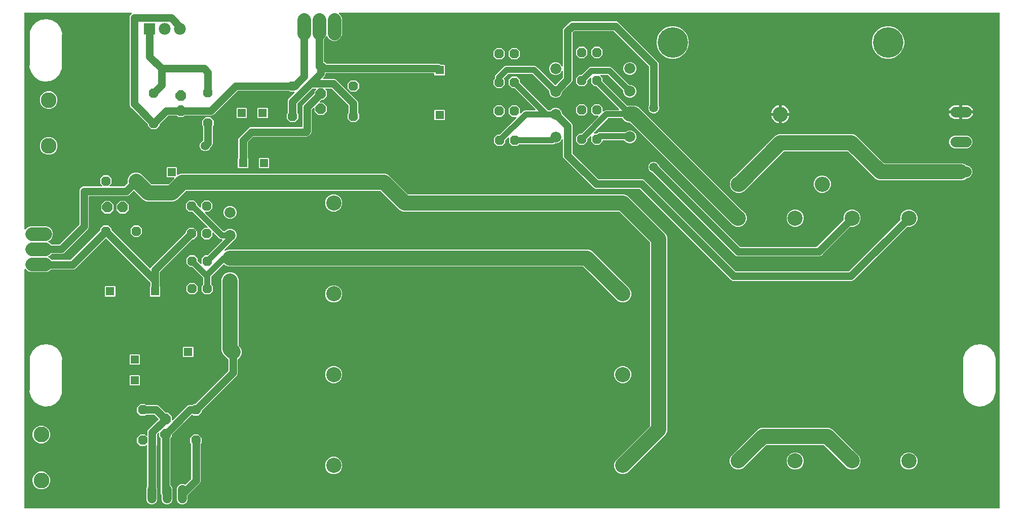
<source format=gbr>
G04 EAGLE Gerber RS-274X export*
G75*
%MOMM*%
%FSLAX34Y34*%
%LPD*%
%INBottom Copper*%
%IPPOS*%
%AMOC8*
5,1,8,0,0,1.08239X$1,22.5*%
G01*
%ADD10C,1.830000*%
%ADD11C,1.524000*%
%ADD12R,1.408000X1.408000*%
%ADD13P,1.732040X8X112.500000*%
%ADD14P,1.924489X8X292.500000*%
%ADD15C,2.540000*%
%ADD16C,2.247900*%
%ADD17P,1.732040X8X22.500000*%
%ADD18P,1.924489X8X202.500000*%
%ADD19C,2.628900*%
%ADD20C,2.550000*%
%ADD21C,5.100000*%
%ADD22P,1.732040X8X292.500000*%
%ADD23P,1.924489X8X112.500000*%
%ADD24C,1.790700*%
%ADD25P,1.732040X8X202.500000*%
%ADD26R,1.980000X1.980000*%
%ADD27C,1.980000*%
%ADD28C,2.540000*%
%ADD29C,1.016000*%
%ADD30C,0.406400*%
%ADD31C,1.270000*%
%ADD32C,1.500000*%

G36*
X1638688Y10176D02*
X1638688Y10176D01*
X1638807Y10183D01*
X1638845Y10196D01*
X1638886Y10201D01*
X1638996Y10244D01*
X1639109Y10281D01*
X1639144Y10303D01*
X1639181Y10318D01*
X1639277Y10387D01*
X1639378Y10451D01*
X1639406Y10481D01*
X1639439Y10504D01*
X1639515Y10596D01*
X1639596Y10683D01*
X1639616Y10718D01*
X1639641Y10749D01*
X1639692Y10857D01*
X1639750Y10961D01*
X1639760Y11001D01*
X1639777Y11037D01*
X1639799Y11154D01*
X1639829Y11269D01*
X1639833Y11329D01*
X1639837Y11349D01*
X1639835Y11370D01*
X1639839Y11430D01*
X1639839Y838570D01*
X1639824Y838688D01*
X1639817Y838807D01*
X1639804Y838845D01*
X1639799Y838886D01*
X1639756Y838996D01*
X1639719Y839109D01*
X1639697Y839144D01*
X1639682Y839181D01*
X1639613Y839277D01*
X1639549Y839378D01*
X1639519Y839406D01*
X1639496Y839439D01*
X1639404Y839515D01*
X1639317Y839596D01*
X1639282Y839616D01*
X1639251Y839641D01*
X1639143Y839692D01*
X1639039Y839750D01*
X1638999Y839760D01*
X1638963Y839777D01*
X1638846Y839799D01*
X1638731Y839829D01*
X1638671Y839833D01*
X1638651Y839837D01*
X1638630Y839835D01*
X1638570Y839839D01*
X536856Y839839D01*
X536718Y839822D01*
X536579Y839809D01*
X536560Y839802D01*
X536540Y839799D01*
X536411Y839748D01*
X536280Y839701D01*
X536263Y839690D01*
X536245Y839682D01*
X536132Y839601D01*
X536017Y839523D01*
X536004Y839507D01*
X535987Y839496D01*
X535898Y839388D01*
X535807Y839284D01*
X535797Y839266D01*
X535784Y839251D01*
X535725Y839125D01*
X535662Y839001D01*
X535658Y838981D01*
X535649Y838963D01*
X535623Y838827D01*
X535592Y838691D01*
X535593Y838670D01*
X535589Y838651D01*
X535598Y838512D01*
X535602Y838373D01*
X535608Y838353D01*
X535609Y838333D01*
X535652Y838201D01*
X535690Y838067D01*
X535701Y838050D01*
X535707Y838031D01*
X535781Y837913D01*
X535852Y837793D01*
X535870Y837772D01*
X535877Y837762D01*
X535892Y837748D01*
X535958Y837673D01*
X538781Y834850D01*
X540724Y830159D01*
X540724Y802601D01*
X538781Y797910D01*
X535190Y794319D01*
X530499Y792376D01*
X525421Y792376D01*
X520730Y794319D01*
X517139Y797910D01*
X516433Y799615D01*
X516364Y799736D01*
X516299Y799859D01*
X516285Y799874D01*
X516275Y799892D01*
X516178Y799992D01*
X516085Y800094D01*
X516068Y800106D01*
X516054Y800120D01*
X515936Y800193D01*
X515819Y800269D01*
X515800Y800276D01*
X515783Y800286D01*
X515650Y800327D01*
X515518Y800372D01*
X515498Y800374D01*
X515479Y800380D01*
X515340Y800387D01*
X515201Y800398D01*
X515181Y800394D01*
X515161Y800395D01*
X515025Y800367D01*
X514888Y800343D01*
X514869Y800335D01*
X514850Y800331D01*
X514725Y800270D01*
X514598Y800213D01*
X514582Y800200D01*
X514564Y800191D01*
X514458Y800101D01*
X514350Y800014D01*
X514337Y799998D01*
X514322Y799985D01*
X514242Y799871D01*
X514158Y799760D01*
X514146Y799735D01*
X514139Y799725D01*
X514132Y799706D01*
X514087Y799615D01*
X513381Y797910D01*
X510806Y795336D01*
X510746Y795257D01*
X510678Y795185D01*
X510649Y795132D01*
X510612Y795084D01*
X510572Y794993D01*
X510524Y794907D01*
X510509Y794848D01*
X510485Y794793D01*
X510470Y794695D01*
X510445Y794599D01*
X510439Y794499D01*
X510435Y794478D01*
X510437Y794466D01*
X510435Y794438D01*
X510435Y758280D01*
X510438Y758251D01*
X510436Y758222D01*
X510458Y758093D01*
X510475Y757965D01*
X510485Y757937D01*
X510490Y757908D01*
X510544Y757790D01*
X510592Y757669D01*
X510609Y757645D01*
X510621Y757618D01*
X510702Y757517D01*
X510778Y757412D01*
X510801Y757393D01*
X510820Y757370D01*
X510923Y757292D01*
X511023Y757209D01*
X511050Y757196D01*
X511074Y757179D01*
X511218Y757108D01*
X512261Y756676D01*
X514500Y754436D01*
X514578Y754376D01*
X514650Y754308D01*
X514703Y754279D01*
X514751Y754242D01*
X514842Y754202D01*
X514929Y754154D01*
X514988Y754139D01*
X515043Y754115D01*
X515141Y754100D01*
X515237Y754075D01*
X515337Y754069D01*
X515357Y754065D01*
X515370Y754067D01*
X515398Y754065D01*
X702676Y754065D01*
X705571Y752866D01*
X706100Y752337D01*
X706178Y752276D01*
X706250Y752208D01*
X706303Y752179D01*
X706351Y752142D01*
X706442Y752102D01*
X706529Y752054D01*
X706587Y752039D01*
X706643Y752015D01*
X706741Y752000D01*
X706837Y751975D01*
X706937Y751969D01*
X706957Y751965D01*
X706970Y751967D01*
X706998Y751965D01*
X711572Y751965D01*
X712465Y751072D01*
X712465Y735728D01*
X711572Y734835D01*
X696228Y734835D01*
X695335Y735728D01*
X695335Y737046D01*
X695320Y737164D01*
X695313Y737283D01*
X695300Y737321D01*
X695295Y737362D01*
X695252Y737472D01*
X695215Y737585D01*
X695193Y737620D01*
X695178Y737657D01*
X695109Y737753D01*
X695045Y737854D01*
X695015Y737882D01*
X694992Y737915D01*
X694900Y737991D01*
X694813Y738072D01*
X694778Y738092D01*
X694747Y738117D01*
X694639Y738168D01*
X694535Y738226D01*
X694495Y738236D01*
X694459Y738253D01*
X694342Y738275D01*
X694227Y738305D01*
X694167Y738309D01*
X694147Y738313D01*
X694126Y738311D01*
X694066Y738315D01*
X514404Y738315D01*
X514286Y738300D01*
X514167Y738293D01*
X514129Y738280D01*
X514088Y738275D01*
X513978Y738232D01*
X513865Y738195D01*
X513830Y738173D01*
X513793Y738158D01*
X513697Y738089D01*
X513596Y738025D01*
X513568Y737995D01*
X513535Y737972D01*
X513459Y737880D01*
X513378Y737793D01*
X513358Y737758D01*
X513333Y737727D01*
X513282Y737619D01*
X513224Y737515D01*
X513214Y737475D01*
X513197Y737439D01*
X513175Y737322D01*
X513145Y737207D01*
X513141Y737147D01*
X513137Y737127D01*
X513139Y737106D01*
X513135Y737046D01*
X513135Y736294D01*
X511936Y733399D01*
X509342Y730805D01*
X509257Y730696D01*
X509168Y730589D01*
X509160Y730570D01*
X509147Y730554D01*
X509092Y730426D01*
X509033Y730301D01*
X509029Y730281D01*
X509021Y730262D01*
X508999Y730124D01*
X508973Y729988D01*
X508974Y729968D01*
X508971Y729948D01*
X508984Y729809D01*
X508993Y729671D01*
X508999Y729652D01*
X509001Y729632D01*
X509048Y729500D01*
X509091Y729369D01*
X509101Y729351D01*
X509108Y729332D01*
X509186Y729217D01*
X509261Y729100D01*
X509276Y729086D01*
X509287Y729069D01*
X509391Y728977D01*
X509492Y728882D01*
X509510Y728872D01*
X509525Y728859D01*
X509649Y728795D01*
X509771Y728728D01*
X509790Y728723D01*
X509809Y728714D01*
X509944Y728684D01*
X510079Y728649D01*
X510107Y728647D01*
X510119Y728644D01*
X510139Y728645D01*
X510240Y728639D01*
X528202Y728639D01*
X531097Y727440D01*
X566476Y692061D01*
X567675Y689166D01*
X567675Y672022D01*
X567687Y671924D01*
X567690Y671825D01*
X567707Y671767D01*
X567715Y671707D01*
X567751Y671615D01*
X567779Y671520D01*
X567809Y671468D01*
X567832Y671411D01*
X567890Y671331D01*
X567940Y671246D01*
X568006Y671170D01*
X568018Y671154D01*
X568028Y671146D01*
X568046Y671125D01*
X569326Y669846D01*
X569326Y661954D01*
X563746Y656374D01*
X555854Y656374D01*
X550274Y661954D01*
X550274Y669846D01*
X551554Y671125D01*
X551614Y671203D01*
X551682Y671275D01*
X551711Y671328D01*
X551748Y671376D01*
X551788Y671467D01*
X551836Y671554D01*
X551851Y671612D01*
X551875Y671668D01*
X551890Y671766D01*
X551915Y671862D01*
X551921Y671962D01*
X551925Y671982D01*
X551923Y671994D01*
X551925Y672022D01*
X551925Y683812D01*
X551913Y683911D01*
X551910Y684010D01*
X551893Y684068D01*
X551885Y684128D01*
X551849Y684220D01*
X551821Y684315D01*
X551791Y684367D01*
X551768Y684424D01*
X551710Y684504D01*
X551660Y684589D01*
X551594Y684664D01*
X551582Y684681D01*
X551572Y684689D01*
X551554Y684710D01*
X523746Y712518D01*
X523668Y712578D01*
X523596Y712646D01*
X523543Y712675D01*
X523495Y712712D01*
X523404Y712752D01*
X523317Y712800D01*
X523258Y712815D01*
X523203Y712839D01*
X523105Y712854D01*
X523009Y712879D01*
X522909Y712885D01*
X522889Y712889D01*
X522876Y712887D01*
X522848Y712889D01*
X514404Y712889D01*
X514266Y712872D01*
X514127Y712859D01*
X514108Y712852D01*
X514088Y712849D01*
X513959Y712798D01*
X513828Y712751D01*
X513811Y712740D01*
X513792Y712732D01*
X513680Y712651D01*
X513565Y712573D01*
X513551Y712557D01*
X513535Y712546D01*
X513446Y712438D01*
X513354Y712334D01*
X513345Y712316D01*
X513332Y712301D01*
X513273Y712175D01*
X513210Y712051D01*
X513205Y712031D01*
X513197Y712013D01*
X513171Y711877D01*
X513140Y711741D01*
X513141Y711720D01*
X513137Y711701D01*
X513146Y711562D01*
X513150Y711423D01*
X513155Y711403D01*
X513157Y711383D01*
X513199Y711251D01*
X513238Y711117D01*
X513248Y711100D01*
X513255Y711081D01*
X513329Y710963D01*
X513400Y710843D01*
X513418Y710822D01*
X513425Y710812D01*
X513440Y710798D01*
X513506Y710723D01*
X515915Y708314D01*
X515915Y699686D01*
X509814Y693585D01*
X506748Y693585D01*
X506649Y693573D01*
X506550Y693570D01*
X506492Y693553D01*
X506432Y693545D01*
X506340Y693509D01*
X506245Y693481D01*
X506193Y693451D01*
X506136Y693428D01*
X506056Y693370D01*
X505971Y693320D01*
X505896Y693254D01*
X505879Y693242D01*
X505871Y693232D01*
X505850Y693214D01*
X503818Y691181D01*
X503733Y691072D01*
X503644Y690965D01*
X503636Y690946D01*
X503623Y690930D01*
X503568Y690802D01*
X503509Y690677D01*
X503505Y690657D01*
X503497Y690638D01*
X503475Y690500D01*
X503449Y690364D01*
X503450Y690344D01*
X503447Y690324D01*
X503460Y690185D01*
X503469Y690047D01*
X503475Y690028D01*
X503477Y690008D01*
X503524Y689876D01*
X503567Y689745D01*
X503577Y689727D01*
X503584Y689708D01*
X503662Y689593D01*
X503737Y689476D01*
X503752Y689462D01*
X503763Y689445D01*
X503867Y689353D01*
X503968Y689258D01*
X503986Y689248D01*
X504001Y689235D01*
X504125Y689171D01*
X504247Y689104D01*
X504266Y689099D01*
X504285Y689090D01*
X504420Y689060D01*
X504555Y689025D01*
X504583Y689023D01*
X504595Y689020D01*
X504615Y689021D01*
X504716Y689015D01*
X509814Y689015D01*
X515915Y682914D01*
X515915Y674286D01*
X509814Y668185D01*
X501186Y668185D01*
X495085Y674286D01*
X495085Y679384D01*
X495068Y679522D01*
X495055Y679661D01*
X495048Y679680D01*
X495045Y679700D01*
X494994Y679829D01*
X494947Y679960D01*
X494936Y679977D01*
X494928Y679996D01*
X494847Y680108D01*
X494769Y680223D01*
X494753Y680237D01*
X494742Y680253D01*
X494634Y680342D01*
X494530Y680434D01*
X494512Y680443D01*
X494497Y680456D01*
X494371Y680515D01*
X494247Y680578D01*
X494227Y680583D01*
X494209Y680591D01*
X494073Y680617D01*
X493937Y680648D01*
X493916Y680647D01*
X493897Y680651D01*
X493758Y680643D01*
X493619Y680638D01*
X493599Y680633D01*
X493579Y680631D01*
X493447Y680589D01*
X493313Y680550D01*
X493296Y680540D01*
X493277Y680533D01*
X493159Y680459D01*
X493039Y680388D01*
X493018Y680370D01*
X493008Y680363D01*
X492994Y680348D01*
X492919Y680282D01*
X490646Y678010D01*
X490586Y677932D01*
X490518Y677860D01*
X490489Y677807D01*
X490452Y677759D01*
X490412Y677667D01*
X490364Y677581D01*
X490349Y677522D01*
X490325Y677467D01*
X490310Y677369D01*
X490285Y677273D01*
X490279Y677173D01*
X490275Y677153D01*
X490277Y677140D01*
X490275Y677112D01*
X490275Y640434D01*
X489076Y637539D01*
X484861Y633324D01*
X481966Y632125D01*
X393188Y632125D01*
X393089Y632113D01*
X392990Y632110D01*
X392932Y632093D01*
X392872Y632085D01*
X392780Y632049D01*
X392685Y632021D01*
X392633Y631991D01*
X392576Y631968D01*
X392496Y631910D01*
X392411Y631860D01*
X392336Y631794D01*
X392319Y631782D01*
X392311Y631772D01*
X392290Y631754D01*
X383646Y623110D01*
X383586Y623032D01*
X383518Y622960D01*
X383489Y622907D01*
X383452Y622859D01*
X383412Y622768D01*
X383364Y622681D01*
X383349Y622622D01*
X383325Y622567D01*
X383310Y622469D01*
X383285Y622373D01*
X383279Y622273D01*
X383275Y622253D01*
X383277Y622240D01*
X383275Y622212D01*
X383275Y597137D01*
X383287Y597039D01*
X383290Y596940D01*
X383307Y596882D01*
X383315Y596822D01*
X383351Y596730D01*
X383379Y596635D01*
X383409Y596582D01*
X383432Y596526D01*
X383490Y596446D01*
X383540Y596361D01*
X383606Y596285D01*
X383618Y596269D01*
X383628Y596261D01*
X383647Y596240D01*
X383965Y595922D01*
X383965Y580578D01*
X383072Y579685D01*
X367728Y579685D01*
X366835Y580578D01*
X366835Y595922D01*
X367153Y596240D01*
X367214Y596318D01*
X367282Y596390D01*
X367311Y596443D01*
X367348Y596491D01*
X367388Y596582D01*
X367436Y596669D01*
X367451Y596727D01*
X367475Y596783D01*
X367490Y596881D01*
X367515Y596977D01*
X367521Y597077D01*
X367525Y597097D01*
X367523Y597109D01*
X367525Y597137D01*
X367525Y627566D01*
X368724Y630461D01*
X384939Y646676D01*
X387834Y647875D01*
X473256Y647875D01*
X473374Y647890D01*
X473493Y647897D01*
X473531Y647910D01*
X473572Y647915D01*
X473682Y647958D01*
X473795Y647995D01*
X473830Y648017D01*
X473867Y648032D01*
X473963Y648101D01*
X474064Y648165D01*
X474092Y648195D01*
X474125Y648218D01*
X474201Y648310D01*
X474282Y648397D01*
X474302Y648432D01*
X474327Y648463D01*
X474378Y648571D01*
X474436Y648675D01*
X474446Y648715D01*
X474463Y648751D01*
X474485Y648868D01*
X474515Y648983D01*
X474519Y649043D01*
X474523Y649063D01*
X474521Y649084D01*
X474525Y649144D01*
X474525Y682466D01*
X475724Y685361D01*
X494714Y704350D01*
X494774Y704428D01*
X494842Y704500D01*
X494871Y704553D01*
X494908Y704601D01*
X494948Y704692D01*
X494996Y704779D01*
X495011Y704838D01*
X495035Y704893D01*
X495050Y704991D01*
X495075Y705087D01*
X495081Y705187D01*
X495085Y705207D01*
X495083Y705220D01*
X495085Y705248D01*
X495085Y708314D01*
X497430Y710659D01*
X497515Y710768D01*
X497604Y710875D01*
X497612Y710894D01*
X497625Y710910D01*
X497680Y711038D01*
X497739Y711163D01*
X497743Y711183D01*
X497751Y711202D01*
X497773Y711340D01*
X497799Y711476D01*
X497798Y711496D01*
X497801Y711516D01*
X497788Y711655D01*
X497779Y711793D01*
X497773Y711812D01*
X497771Y711832D01*
X497724Y711964D01*
X497681Y712095D01*
X497670Y712113D01*
X497664Y712132D01*
X497586Y712247D01*
X497511Y712364D01*
X497496Y712378D01*
X497485Y712395D01*
X497381Y712487D01*
X497280Y712582D01*
X497262Y712592D01*
X497247Y712605D01*
X497122Y712669D01*
X497001Y712736D01*
X496981Y712741D01*
X496963Y712750D01*
X496828Y712780D01*
X496693Y712815D01*
X496665Y712817D01*
X496653Y712820D01*
X496633Y712819D01*
X496532Y712825D01*
X491888Y712825D01*
X491789Y712813D01*
X491690Y712810D01*
X491632Y712793D01*
X491572Y712785D01*
X491480Y712749D01*
X491385Y712721D01*
X491333Y712691D01*
X491276Y712668D01*
X491196Y712610D01*
X491111Y712560D01*
X491035Y712494D01*
X491019Y712482D01*
X491011Y712472D01*
X490990Y712454D01*
X466446Y687910D01*
X466386Y687832D01*
X466318Y687760D01*
X466289Y687707D01*
X466252Y687659D01*
X466212Y687568D01*
X466164Y687481D01*
X466149Y687423D01*
X466125Y687367D01*
X466110Y687269D01*
X466085Y687173D01*
X466079Y687073D01*
X466075Y687053D01*
X466077Y687040D01*
X466075Y687012D01*
X466075Y672022D01*
X466087Y671924D01*
X466090Y671825D01*
X466107Y671767D01*
X466115Y671707D01*
X466151Y671615D01*
X466179Y671520D01*
X466209Y671467D01*
X466232Y671411D01*
X466290Y671331D01*
X466340Y671246D01*
X466406Y671170D01*
X466418Y671154D01*
X466428Y671146D01*
X466446Y671125D01*
X467726Y669846D01*
X467726Y661954D01*
X462146Y656374D01*
X454254Y656374D01*
X448674Y661954D01*
X448674Y669846D01*
X449954Y671125D01*
X450014Y671203D01*
X450082Y671275D01*
X450111Y671328D01*
X450148Y671376D01*
X450188Y671467D01*
X450236Y671554D01*
X450251Y671612D01*
X450275Y671668D01*
X450290Y671766D01*
X450315Y671862D01*
X450321Y671962D01*
X450325Y671982D01*
X450323Y671994D01*
X450325Y672022D01*
X450325Y692366D01*
X451524Y695261D01*
X453918Y697654D01*
X461271Y705008D01*
X461356Y705117D01*
X461445Y705224D01*
X461453Y705243D01*
X461466Y705259D01*
X461521Y705387D01*
X461580Y705512D01*
X461584Y705532D01*
X461592Y705551D01*
X461614Y705689D01*
X461640Y705825D01*
X461639Y705845D01*
X461642Y705865D01*
X461629Y706004D01*
X461620Y706142D01*
X461614Y706161D01*
X461612Y706181D01*
X461565Y706313D01*
X461522Y706444D01*
X461512Y706462D01*
X461505Y706481D01*
X461427Y706596D01*
X461352Y706713D01*
X461337Y706727D01*
X461326Y706744D01*
X461222Y706836D01*
X461121Y706931D01*
X461103Y706941D01*
X461088Y706954D01*
X460964Y707017D01*
X460842Y707085D01*
X460823Y707090D01*
X460804Y707099D01*
X460669Y707129D01*
X460534Y707164D01*
X460506Y707166D01*
X460494Y707169D01*
X460474Y707168D01*
X460373Y707174D01*
X454254Y707174D01*
X452975Y708454D01*
X452897Y708514D01*
X452825Y708582D01*
X452772Y708611D01*
X452724Y708648D01*
X452633Y708688D01*
X452546Y708736D01*
X452488Y708751D01*
X452432Y708775D01*
X452334Y708790D01*
X452238Y708815D01*
X452138Y708821D01*
X452118Y708825D01*
X452106Y708823D01*
X452078Y708825D01*
X366888Y708825D01*
X366789Y708813D01*
X366690Y708810D01*
X366632Y708793D01*
X366572Y708785D01*
X366480Y708749D01*
X366385Y708721D01*
X366333Y708691D01*
X366276Y708668D01*
X366196Y708610D01*
X366111Y708560D01*
X366036Y708494D01*
X366019Y708482D01*
X366011Y708472D01*
X365990Y708454D01*
X326461Y668924D01*
X323566Y667725D01*
X278880Y667725D01*
X278781Y667713D01*
X278682Y667710D01*
X278624Y667693D01*
X278564Y667685D01*
X278472Y667649D01*
X278377Y667621D01*
X278325Y667591D01*
X278268Y667568D01*
X278188Y667510D01*
X278103Y667460D01*
X278028Y667394D01*
X278011Y667382D01*
X278003Y667372D01*
X277982Y667354D01*
X275814Y665185D01*
X267186Y665185D01*
X265018Y667354D01*
X264940Y667414D01*
X264867Y667482D01*
X264814Y667511D01*
X264767Y667548D01*
X264676Y667588D01*
X264589Y667636D01*
X264530Y667651D01*
X264475Y667675D01*
X264377Y667690D01*
X264281Y667715D01*
X264181Y667721D01*
X264161Y667725D01*
X264148Y667723D01*
X264120Y667725D01*
X251288Y667725D01*
X251189Y667713D01*
X251090Y667710D01*
X251032Y667693D01*
X250972Y667685D01*
X250880Y667649D01*
X250785Y667621D01*
X250733Y667591D01*
X250676Y667568D01*
X250596Y667510D01*
X250511Y667460D01*
X250436Y667394D01*
X250419Y667382D01*
X250411Y667372D01*
X250390Y667354D01*
X236097Y653061D01*
X236037Y652983D01*
X235969Y652911D01*
X235940Y652858D01*
X235903Y652810D01*
X235863Y652719D01*
X235815Y652632D01*
X235800Y652574D01*
X235776Y652518D01*
X235761Y652420D01*
X235736Y652324D01*
X235730Y652224D01*
X235726Y652204D01*
X235728Y652191D01*
X235726Y652163D01*
X235726Y650354D01*
X230146Y644774D01*
X222254Y644774D01*
X216674Y650354D01*
X216674Y652163D01*
X216662Y652262D01*
X216659Y652361D01*
X216642Y652419D01*
X216634Y652479D01*
X216598Y652571D01*
X216570Y652666D01*
X216540Y652718D01*
X216517Y652775D01*
X216459Y652855D01*
X216409Y652940D01*
X216343Y653016D01*
X216331Y653032D01*
X216321Y653040D01*
X216303Y653061D01*
X189534Y679830D01*
X187140Y682223D01*
X185941Y685118D01*
X185941Y832646D01*
X187140Y835541D01*
X189272Y837673D01*
X189357Y837782D01*
X189446Y837889D01*
X189454Y837908D01*
X189467Y837924D01*
X189522Y838052D01*
X189581Y838177D01*
X189585Y838197D01*
X189593Y838216D01*
X189615Y838354D01*
X189641Y838490D01*
X189640Y838510D01*
X189643Y838530D01*
X189630Y838669D01*
X189621Y838807D01*
X189615Y838826D01*
X189613Y838846D01*
X189566Y838978D01*
X189523Y839109D01*
X189513Y839127D01*
X189506Y839146D01*
X189428Y839261D01*
X189353Y839378D01*
X189338Y839392D01*
X189327Y839409D01*
X189223Y839501D01*
X189122Y839596D01*
X189104Y839606D01*
X189089Y839619D01*
X188965Y839683D01*
X188843Y839750D01*
X188824Y839755D01*
X188805Y839764D01*
X188670Y839794D01*
X188535Y839829D01*
X188507Y839831D01*
X188495Y839834D01*
X188475Y839833D01*
X188374Y839839D01*
X11430Y839839D01*
X11312Y839824D01*
X11193Y839817D01*
X11155Y839804D01*
X11114Y839799D01*
X11004Y839756D01*
X10891Y839719D01*
X10856Y839697D01*
X10819Y839682D01*
X10723Y839613D01*
X10622Y839549D01*
X10594Y839519D01*
X10561Y839496D01*
X10485Y839404D01*
X10404Y839317D01*
X10384Y839282D01*
X10359Y839251D01*
X10308Y839143D01*
X10250Y839039D01*
X10240Y838999D01*
X10223Y838963D01*
X10201Y838846D01*
X10171Y838731D01*
X10167Y838671D01*
X10163Y838651D01*
X10165Y838630D01*
X10161Y838570D01*
X10161Y478046D01*
X10178Y477908D01*
X10191Y477769D01*
X10198Y477750D01*
X10201Y477730D01*
X10252Y477601D01*
X10299Y477470D01*
X10310Y477453D01*
X10318Y477435D01*
X10399Y477322D01*
X10477Y477207D01*
X10493Y477194D01*
X10504Y477177D01*
X10612Y477088D01*
X10716Y476997D01*
X10734Y476987D01*
X10749Y476974D01*
X10875Y476915D01*
X10999Y476852D01*
X11019Y476848D01*
X11037Y476839D01*
X11173Y476813D01*
X11309Y476782D01*
X11330Y476783D01*
X11349Y476779D01*
X11488Y476788D01*
X11627Y476792D01*
X11647Y476798D01*
X11667Y476799D01*
X11799Y476842D01*
X11933Y476880D01*
X11950Y476891D01*
X11969Y476897D01*
X12087Y476971D01*
X12207Y477042D01*
X12228Y477060D01*
X12238Y477067D01*
X12252Y477082D01*
X12327Y477148D01*
X15360Y480181D01*
X20051Y482124D01*
X47609Y482124D01*
X52300Y480181D01*
X55891Y476590D01*
X57834Y471899D01*
X57834Y466821D01*
X55891Y462130D01*
X52300Y458539D01*
X50594Y457833D01*
X50473Y457764D01*
X50351Y457699D01*
X50336Y457685D01*
X50318Y457675D01*
X50218Y457578D01*
X50115Y457485D01*
X50104Y457468D01*
X50090Y457454D01*
X50017Y457335D01*
X49941Y457219D01*
X49934Y457200D01*
X49924Y457183D01*
X49883Y457050D01*
X49838Y456918D01*
X49836Y456898D01*
X49830Y456879D01*
X49823Y456740D01*
X49812Y456601D01*
X49816Y456581D01*
X49815Y456561D01*
X49843Y456425D01*
X49867Y456288D01*
X49875Y456269D01*
X49879Y456250D01*
X49940Y456124D01*
X49997Y455998D01*
X50010Y455982D01*
X50019Y455964D01*
X50109Y455858D01*
X50196Y455750D01*
X50212Y455737D01*
X50225Y455722D01*
X50339Y455642D01*
X50450Y455558D01*
X50475Y455546D01*
X50485Y455539D01*
X50504Y455532D01*
X50595Y455487D01*
X52300Y454781D01*
X54874Y452206D01*
X54953Y452146D01*
X55025Y452078D01*
X55078Y452049D01*
X55126Y452012D01*
X55217Y451972D01*
X55303Y451924D01*
X55362Y451909D01*
X55417Y451885D01*
X55515Y451870D01*
X55611Y451845D01*
X55711Y451839D01*
X55732Y451835D01*
X55744Y451837D01*
X55772Y451835D01*
X68142Y451835D01*
X68241Y451847D01*
X68340Y451850D01*
X68398Y451867D01*
X68458Y451875D01*
X68550Y451911D01*
X68645Y451939D01*
X68697Y451969D01*
X68754Y451992D01*
X68834Y452050D01*
X68919Y452100D01*
X68994Y452166D01*
X69011Y452178D01*
X69019Y452188D01*
X69040Y452206D01*
X101784Y484950D01*
X101844Y485028D01*
X101912Y485100D01*
X101941Y485153D01*
X101978Y485201D01*
X102018Y485292D01*
X102066Y485379D01*
X102081Y485438D01*
X102105Y485493D01*
X102120Y485591D01*
X102145Y485687D01*
X102151Y485787D01*
X102155Y485807D01*
X102153Y485820D01*
X102155Y485848D01*
X102155Y542466D01*
X103354Y545361D01*
X105569Y547576D01*
X108464Y548775D01*
X138890Y548775D01*
X139027Y548792D01*
X139166Y548805D01*
X139185Y548812D01*
X139205Y548815D01*
X139334Y548866D01*
X139465Y548913D01*
X139482Y548924D01*
X139501Y548932D01*
X139613Y549013D01*
X139728Y549091D01*
X139742Y549107D01*
X139758Y549118D01*
X139847Y549226D01*
X139939Y549330D01*
X139948Y549348D01*
X139961Y549363D01*
X140020Y549489D01*
X140083Y549613D01*
X140088Y549633D01*
X140097Y549651D01*
X140123Y549787D01*
X140153Y549923D01*
X140153Y549944D01*
X140156Y549963D01*
X140148Y550102D01*
X140143Y550241D01*
X140138Y550261D01*
X140137Y550281D01*
X140094Y550413D01*
X140055Y550547D01*
X140045Y550564D01*
X140039Y550583D01*
X139964Y550701D01*
X139894Y550821D01*
X139875Y550842D01*
X139868Y550852D01*
X139853Y550866D01*
X139787Y550941D01*
X136774Y553954D01*
X136774Y561846D01*
X142354Y567426D01*
X150246Y567426D01*
X155826Y561846D01*
X155826Y553954D01*
X152813Y550941D01*
X152728Y550832D01*
X152639Y550725D01*
X152630Y550706D01*
X152618Y550690D01*
X152562Y550562D01*
X152503Y550437D01*
X152500Y550417D01*
X152492Y550398D01*
X152470Y550260D01*
X152444Y550124D01*
X152445Y550104D01*
X152442Y550084D01*
X152455Y549945D01*
X152463Y549807D01*
X152470Y549788D01*
X152472Y549768D01*
X152519Y549636D01*
X152561Y549505D01*
X152572Y549487D01*
X152579Y549468D01*
X152657Y549353D01*
X152732Y549236D01*
X152746Y549222D01*
X152758Y549205D01*
X152862Y549113D01*
X152963Y549018D01*
X152981Y549008D01*
X152996Y548995D01*
X153120Y548931D01*
X153242Y548864D01*
X153261Y548859D01*
X153279Y548850D01*
X153415Y548820D01*
X153550Y548785D01*
X153578Y548783D01*
X153590Y548780D01*
X153610Y548781D01*
X153710Y548775D01*
X176312Y548775D01*
X176411Y548787D01*
X176510Y548790D01*
X176568Y548807D01*
X176628Y548815D01*
X176720Y548851D01*
X176815Y548879D01*
X176867Y548909D01*
X176924Y548932D01*
X177004Y548990D01*
X177089Y549040D01*
X177164Y549106D01*
X177181Y549118D01*
X177189Y549128D01*
X177210Y549146D01*
X182504Y554440D01*
X182564Y554518D01*
X182632Y554590D01*
X182661Y554643D01*
X182698Y554691D01*
X182738Y554782D01*
X182786Y554869D01*
X182801Y554928D01*
X182825Y554983D01*
X182840Y555081D01*
X182865Y555177D01*
X182871Y555277D01*
X182875Y555297D01*
X182873Y555310D01*
X182875Y555338D01*
X182875Y560730D01*
X185041Y565958D01*
X189042Y569959D01*
X194270Y572125D01*
X199930Y572125D01*
X205158Y569959D01*
X222620Y552496D01*
X222699Y552436D01*
X222771Y552368D01*
X222824Y552339D01*
X222872Y552302D01*
X222963Y552262D01*
X223049Y552214D01*
X223108Y552199D01*
X223163Y552175D01*
X223261Y552160D01*
X223357Y552135D01*
X223457Y552129D01*
X223478Y552125D01*
X223490Y552127D01*
X223518Y552125D01*
X250042Y552125D01*
X250140Y552137D01*
X250239Y552140D01*
X250298Y552157D01*
X250358Y552165D01*
X250450Y552201D01*
X250545Y552229D01*
X250597Y552259D01*
X250653Y552282D01*
X250733Y552340D01*
X250819Y552390D01*
X250894Y552456D01*
X250911Y552468D01*
X250914Y552472D01*
X250917Y552474D01*
X250922Y552481D01*
X250940Y552496D01*
X260612Y562169D01*
X260697Y562278D01*
X260786Y562385D01*
X260794Y562404D01*
X260807Y562420D01*
X260862Y562548D01*
X260921Y562673D01*
X260925Y562693D01*
X260933Y562712D01*
X260955Y562850D01*
X260981Y562986D01*
X260980Y563006D01*
X260983Y563026D01*
X260970Y563165D01*
X260961Y563303D01*
X260955Y563322D01*
X260953Y563342D01*
X260906Y563473D01*
X260863Y563605D01*
X260852Y563623D01*
X260845Y563642D01*
X260767Y563757D01*
X260693Y563874D01*
X260678Y563888D01*
X260667Y563905D01*
X260563Y563997D01*
X260461Y564092D01*
X260444Y564102D01*
X260428Y564115D01*
X260304Y564179D01*
X260183Y564246D01*
X260163Y564251D01*
X260145Y564260D01*
X260009Y564290D01*
X259875Y564325D01*
X259847Y564327D01*
X259835Y564330D01*
X259814Y564329D01*
X259714Y564335D01*
X248788Y564335D01*
X247895Y565228D01*
X247895Y580572D01*
X248788Y581465D01*
X264132Y581465D01*
X265025Y580572D01*
X265025Y569347D01*
X265031Y569297D01*
X265029Y569248D01*
X265051Y569140D01*
X265065Y569031D01*
X265083Y568985D01*
X265093Y568936D01*
X265141Y568837D01*
X265182Y568735D01*
X265211Y568695D01*
X265233Y568651D01*
X265304Y568567D01*
X265368Y568478D01*
X265407Y568446D01*
X265439Y568409D01*
X265529Y568345D01*
X265613Y568275D01*
X265658Y568254D01*
X265699Y568226D01*
X265802Y568186D01*
X265901Y568140D01*
X265950Y568130D01*
X265996Y568113D01*
X266106Y568101D01*
X266213Y568080D01*
X266263Y568083D01*
X266312Y568078D01*
X266421Y568093D01*
X266531Y568100D01*
X266578Y568115D01*
X266627Y568122D01*
X266780Y568174D01*
X271730Y570225D01*
X613830Y570225D01*
X619058Y568059D01*
X651220Y535896D01*
X651299Y535836D01*
X651371Y535768D01*
X651424Y535739D01*
X651472Y535702D01*
X651563Y535662D01*
X651649Y535614D01*
X651708Y535599D01*
X651763Y535575D01*
X651861Y535560D01*
X651957Y535535D01*
X652057Y535529D01*
X652078Y535525D01*
X652090Y535527D01*
X652118Y535525D01*
X1012830Y535525D01*
X1018058Y533359D01*
X1022237Y529179D01*
X1022238Y529179D01*
X1077879Y473538D01*
X1082059Y469358D01*
X1084225Y464130D01*
X1084225Y139470D01*
X1082059Y134242D01*
X1018058Y70241D01*
X1012830Y68075D01*
X1007170Y68075D01*
X1001942Y70241D01*
X997941Y74242D01*
X995775Y79470D01*
X995775Y85130D01*
X997941Y90358D01*
X1055404Y147820D01*
X1055464Y147899D01*
X1055532Y147971D01*
X1055561Y148024D01*
X1055598Y148072D01*
X1055638Y148163D01*
X1055686Y148249D01*
X1055701Y148308D01*
X1055725Y148363D01*
X1055740Y148461D01*
X1055765Y148557D01*
X1055771Y148657D01*
X1055775Y148678D01*
X1055773Y148690D01*
X1055775Y148718D01*
X1055775Y454882D01*
X1055763Y454980D01*
X1055760Y455079D01*
X1055743Y455138D01*
X1055735Y455198D01*
X1055699Y455290D01*
X1055671Y455385D01*
X1055641Y455437D01*
X1055618Y455493D01*
X1055560Y455573D01*
X1055510Y455659D01*
X1055444Y455734D01*
X1055432Y455751D01*
X1055422Y455759D01*
X1055404Y455780D01*
X1004480Y506704D01*
X1004401Y506764D01*
X1004329Y506832D01*
X1004276Y506861D01*
X1004228Y506898D01*
X1004137Y506938D01*
X1004051Y506986D01*
X1003992Y507001D01*
X1003937Y507025D01*
X1003839Y507040D01*
X1003743Y507065D01*
X1003643Y507071D01*
X1003622Y507075D01*
X1003610Y507073D01*
X1003582Y507075D01*
X642870Y507075D01*
X637642Y509241D01*
X605480Y541404D01*
X605401Y541464D01*
X605329Y541532D01*
X605276Y541561D01*
X605228Y541598D01*
X605137Y541638D01*
X605051Y541686D01*
X604992Y541701D01*
X604937Y541725D01*
X604839Y541740D01*
X604743Y541765D01*
X604643Y541771D01*
X604622Y541775D01*
X604610Y541773D01*
X604582Y541775D01*
X280978Y541775D01*
X280880Y541763D01*
X280781Y541760D01*
X280722Y541743D01*
X280662Y541735D01*
X280570Y541699D01*
X280475Y541671D01*
X280423Y541641D01*
X280367Y541618D01*
X280287Y541560D01*
X280201Y541510D01*
X280126Y541444D01*
X280109Y541432D01*
X280101Y541422D01*
X280080Y541404D01*
X264518Y525841D01*
X259290Y523675D01*
X214270Y523675D01*
X209042Y525841D01*
X204862Y530021D01*
X193507Y541376D01*
X193413Y541449D01*
X193324Y541528D01*
X193288Y541546D01*
X193256Y541571D01*
X193147Y541618D01*
X193041Y541672D01*
X193001Y541681D01*
X192964Y541697D01*
X192847Y541716D01*
X192731Y541742D01*
X192690Y541741D01*
X192650Y541747D01*
X192532Y541736D01*
X192413Y541732D01*
X192374Y541721D01*
X192334Y541717D01*
X192221Y541677D01*
X192107Y541644D01*
X192072Y541623D01*
X192034Y541610D01*
X191936Y541543D01*
X191833Y541482D01*
X191788Y541442D01*
X191771Y541431D01*
X191758Y541416D01*
X191712Y541376D01*
X184561Y534224D01*
X181666Y533025D01*
X119174Y533025D01*
X119056Y533010D01*
X118937Y533003D01*
X118899Y532990D01*
X118858Y532985D01*
X118748Y532942D01*
X118635Y532905D01*
X118600Y532883D01*
X118563Y532868D01*
X118467Y532799D01*
X118366Y532735D01*
X118338Y532705D01*
X118305Y532682D01*
X118229Y532590D01*
X118148Y532503D01*
X118128Y532468D01*
X118103Y532437D01*
X118052Y532329D01*
X117994Y532225D01*
X117984Y532185D01*
X117967Y532149D01*
X117945Y532032D01*
X117915Y531917D01*
X117911Y531857D01*
X117907Y531837D01*
X117909Y531816D01*
X117905Y531756D01*
X117905Y480494D01*
X116706Y477599D01*
X76391Y437284D01*
X73496Y436085D01*
X55772Y436085D01*
X55674Y436073D01*
X55575Y436070D01*
X55516Y436053D01*
X55456Y436045D01*
X55364Y436009D01*
X55269Y435981D01*
X55217Y435951D01*
X55161Y435928D01*
X55080Y435870D01*
X54995Y435820D01*
X54920Y435754D01*
X54903Y435742D01*
X54895Y435732D01*
X54874Y435714D01*
X52300Y433139D01*
X50594Y432433D01*
X50473Y432364D01*
X50351Y432299D01*
X50336Y432285D01*
X50318Y432275D01*
X50218Y432178D01*
X50115Y432085D01*
X50104Y432068D01*
X50090Y432054D01*
X50017Y431935D01*
X49941Y431819D01*
X49934Y431800D01*
X49924Y431783D01*
X49883Y431650D01*
X49838Y431518D01*
X49836Y431498D01*
X49830Y431479D01*
X49823Y431340D01*
X49812Y431201D01*
X49816Y431181D01*
X49815Y431161D01*
X49843Y431025D01*
X49867Y430888D01*
X49875Y430869D01*
X49879Y430850D01*
X49940Y430724D01*
X49997Y430598D01*
X50010Y430582D01*
X50019Y430564D01*
X50109Y430458D01*
X50196Y430350D01*
X50212Y430337D01*
X50225Y430322D01*
X50339Y430242D01*
X50450Y430158D01*
X50475Y430146D01*
X50485Y430139D01*
X50504Y430132D01*
X50595Y430087D01*
X52300Y429381D01*
X55314Y426366D01*
X55393Y426306D01*
X55465Y426238D01*
X55518Y426209D01*
X55566Y426172D01*
X55657Y426132D01*
X55743Y426084D01*
X55802Y426069D01*
X55857Y426045D01*
X55955Y426030D01*
X56051Y426005D01*
X56151Y425999D01*
X56172Y425995D01*
X56184Y425997D01*
X56212Y425995D01*
X86632Y425995D01*
X86731Y426007D01*
X86830Y426010D01*
X86888Y426027D01*
X86948Y426035D01*
X87040Y426071D01*
X87135Y426099D01*
X87187Y426129D01*
X87244Y426152D01*
X87324Y426210D01*
X87409Y426260D01*
X87484Y426326D01*
X87501Y426338D01*
X87509Y426348D01*
X87530Y426366D01*
X136403Y475239D01*
X136463Y475317D01*
X136531Y475389D01*
X136560Y475442D01*
X136597Y475490D01*
X136637Y475581D01*
X136685Y475668D01*
X136700Y475727D01*
X136724Y475782D01*
X136739Y475880D01*
X136764Y475976D01*
X136770Y476076D01*
X136774Y476096D01*
X136772Y476109D01*
X136774Y476137D01*
X136774Y477946D01*
X142354Y483526D01*
X150246Y483526D01*
X155826Y477946D01*
X155826Y476137D01*
X155838Y476038D01*
X155841Y475939D01*
X155858Y475881D01*
X155866Y475821D01*
X155902Y475729D01*
X155930Y475634D01*
X155960Y475582D01*
X155983Y475525D01*
X156041Y475445D01*
X156091Y475360D01*
X156157Y475284D01*
X156169Y475268D01*
X156179Y475260D01*
X156197Y475239D01*
X219295Y412141D01*
X219335Y412111D01*
X219368Y412074D01*
X219460Y412014D01*
X219547Y411946D01*
X219592Y411927D01*
X219634Y411899D01*
X219737Y411864D01*
X219838Y411820D01*
X219888Y411812D01*
X219934Y411796D01*
X220044Y411787D01*
X220152Y411770D01*
X220202Y411775D01*
X220251Y411771D01*
X220360Y411790D01*
X220469Y411800D01*
X220516Y411817D01*
X220565Y411825D01*
X220665Y411870D01*
X220768Y411908D01*
X220809Y411935D01*
X220855Y411956D01*
X220941Y412025D01*
X221031Y412086D01*
X221064Y412123D01*
X221103Y412154D01*
X221169Y412242D01*
X221242Y412325D01*
X221265Y412369D01*
X221294Y412409D01*
X221365Y412553D01*
X221824Y413661D01*
X279403Y471239D01*
X279463Y471317D01*
X279531Y471389D01*
X279560Y471442D01*
X279597Y471490D01*
X279637Y471581D01*
X279685Y471668D01*
X279700Y471726D01*
X279724Y471782D01*
X279739Y471880D01*
X279764Y471976D01*
X279770Y472076D01*
X279774Y472096D01*
X279772Y472109D01*
X279774Y472137D01*
X279774Y473946D01*
X285354Y479526D01*
X293246Y479526D01*
X298826Y473946D01*
X298826Y466054D01*
X293246Y460474D01*
X291437Y460474D01*
X291338Y460462D01*
X291239Y460459D01*
X291181Y460442D01*
X291121Y460434D01*
X291029Y460398D01*
X290934Y460370D01*
X290882Y460340D01*
X290825Y460317D01*
X290745Y460259D01*
X290660Y460209D01*
X290584Y460143D01*
X290568Y460131D01*
X290560Y460121D01*
X290539Y460103D01*
X236746Y406310D01*
X236686Y406232D01*
X236618Y406160D01*
X236589Y406107D01*
X236552Y406059D01*
X236512Y405968D01*
X236464Y405881D01*
X236449Y405822D01*
X236425Y405767D01*
X236410Y405669D01*
X236385Y405573D01*
X236379Y405473D01*
X236375Y405453D01*
X236377Y405440D01*
X236375Y405412D01*
X236375Y382287D01*
X236387Y382189D01*
X236390Y382090D01*
X236407Y382032D01*
X236415Y381972D01*
X236451Y381880D01*
X236479Y381785D01*
X236509Y381732D01*
X236532Y381676D01*
X236590Y381596D01*
X236640Y381511D01*
X236706Y381435D01*
X236718Y381419D01*
X236728Y381411D01*
X236746Y381390D01*
X237065Y381072D01*
X237065Y365728D01*
X236172Y364835D01*
X220828Y364835D01*
X219935Y365728D01*
X219935Y381072D01*
X220254Y381390D01*
X220314Y381468D01*
X220382Y381540D01*
X220411Y381593D01*
X220448Y381641D01*
X220488Y381732D01*
X220536Y381819D01*
X220551Y381877D01*
X220575Y381933D01*
X220590Y382031D01*
X220615Y382127D01*
X220621Y382227D01*
X220625Y382247D01*
X220623Y382259D01*
X220625Y382287D01*
X220625Y388012D01*
X220613Y388111D01*
X220610Y388210D01*
X220593Y388268D01*
X220585Y388328D01*
X220549Y388420D01*
X220521Y388515D01*
X220491Y388567D01*
X220468Y388624D01*
X220410Y388704D01*
X220360Y388789D01*
X220294Y388865D01*
X220282Y388881D01*
X220272Y388889D01*
X220254Y388910D01*
X147198Y461966D01*
X147103Y462039D01*
X147014Y462118D01*
X146978Y462136D01*
X146946Y462161D01*
X146837Y462208D01*
X146731Y462262D01*
X146692Y462271D01*
X146654Y462287D01*
X146537Y462306D01*
X146421Y462332D01*
X146380Y462331D01*
X146340Y462337D01*
X146222Y462326D01*
X146103Y462322D01*
X146064Y462311D01*
X146024Y462307D01*
X145911Y462267D01*
X145797Y462234D01*
X145763Y462213D01*
X145724Y462200D01*
X145626Y462133D01*
X145523Y462072D01*
X145478Y462032D01*
X145461Y462021D01*
X145448Y462006D01*
X145403Y461966D01*
X94881Y411444D01*
X91986Y410245D01*
X55332Y410245D01*
X55234Y410233D01*
X55135Y410230D01*
X55076Y410213D01*
X55016Y410205D01*
X54924Y410169D01*
X54829Y410141D01*
X54777Y410111D01*
X54721Y410088D01*
X54640Y410030D01*
X54555Y409980D01*
X54480Y409914D01*
X54463Y409902D01*
X54455Y409892D01*
X54434Y409874D01*
X52300Y407739D01*
X47609Y405796D01*
X20051Y405796D01*
X15360Y407739D01*
X12327Y410772D01*
X12218Y410857D01*
X12111Y410946D01*
X12092Y410954D01*
X12076Y410967D01*
X11948Y411022D01*
X11823Y411081D01*
X11803Y411085D01*
X11784Y411093D01*
X11646Y411115D01*
X11510Y411141D01*
X11490Y411140D01*
X11470Y411143D01*
X11331Y411130D01*
X11193Y411121D01*
X11174Y411115D01*
X11154Y411113D01*
X11022Y411066D01*
X10891Y411023D01*
X10873Y411012D01*
X10854Y411005D01*
X10739Y410927D01*
X10622Y410853D01*
X10608Y410838D01*
X10591Y410827D01*
X10499Y410722D01*
X10404Y410621D01*
X10394Y410604D01*
X10381Y410588D01*
X10317Y410464D01*
X10250Y410343D01*
X10245Y410323D01*
X10236Y410305D01*
X10206Y410169D01*
X10171Y410035D01*
X10169Y410007D01*
X10166Y409995D01*
X10167Y409974D01*
X10161Y409874D01*
X10161Y11430D01*
X10176Y11312D01*
X10183Y11193D01*
X10196Y11155D01*
X10201Y11114D01*
X10244Y11004D01*
X10281Y10891D01*
X10303Y10856D01*
X10318Y10819D01*
X10387Y10723D01*
X10451Y10622D01*
X10481Y10594D01*
X10504Y10561D01*
X10596Y10485D01*
X10683Y10404D01*
X10718Y10384D01*
X10749Y10359D01*
X10857Y10308D01*
X10961Y10250D01*
X11001Y10240D01*
X11037Y10223D01*
X11154Y10201D01*
X11269Y10171D01*
X11329Y10167D01*
X11349Y10163D01*
X11370Y10165D01*
X11430Y10161D01*
X1638570Y10161D01*
X1638688Y10176D01*
G37*
%LPC*%
G36*
X1007170Y355075D02*
X1007170Y355075D01*
X1001942Y357241D01*
X944530Y414654D01*
X944451Y414714D01*
X944379Y414782D01*
X944326Y414811D01*
X944278Y414848D01*
X944187Y414888D01*
X944101Y414936D01*
X944042Y414951D01*
X943987Y414975D01*
X943889Y414990D01*
X943793Y415015D01*
X943693Y415021D01*
X943672Y415025D01*
X943660Y415023D01*
X943632Y415025D01*
X350970Y415025D01*
X345742Y417191D01*
X344384Y418549D01*
X344290Y418622D01*
X344201Y418701D01*
X344165Y418719D01*
X344133Y418744D01*
X344024Y418791D01*
X343918Y418845D01*
X343878Y418854D01*
X343841Y418870D01*
X343724Y418889D01*
X343608Y418915D01*
X343567Y418914D01*
X343527Y418920D01*
X343409Y418909D01*
X343290Y418905D01*
X343251Y418894D01*
X343211Y418890D01*
X343098Y418850D01*
X342984Y418817D01*
X342949Y418796D01*
X342911Y418783D01*
X342813Y418716D01*
X342710Y418655D01*
X342665Y418615D01*
X342648Y418604D01*
X342635Y418589D01*
X342589Y418549D01*
X322676Y398636D01*
X322616Y398558D01*
X322548Y398486D01*
X322519Y398433D01*
X322482Y398385D01*
X322442Y398294D01*
X322394Y398207D01*
X322379Y398149D01*
X322355Y398093D01*
X322340Y397995D01*
X322315Y397899D01*
X322309Y397799D01*
X322305Y397779D01*
X322307Y397766D01*
X322305Y397738D01*
X322305Y385392D01*
X322317Y385294D01*
X322320Y385195D01*
X322337Y385137D01*
X322345Y385077D01*
X322381Y384985D01*
X322409Y384890D01*
X322439Y384838D01*
X322462Y384781D01*
X322520Y384701D01*
X322570Y384616D01*
X322636Y384540D01*
X322648Y384524D01*
X322658Y384516D01*
X322676Y384495D01*
X325226Y381946D01*
X325226Y374054D01*
X319646Y368474D01*
X311754Y368474D01*
X306174Y374054D01*
X306174Y381946D01*
X308724Y384495D01*
X308784Y384573D01*
X308852Y384645D01*
X308881Y384698D01*
X308918Y384746D01*
X308958Y384837D01*
X309006Y384924D01*
X309021Y384982D01*
X309045Y385038D01*
X309060Y385136D01*
X309085Y385232D01*
X309091Y385332D01*
X309095Y385352D01*
X309093Y385364D01*
X309095Y385392D01*
X309095Y395338D01*
X309083Y395437D01*
X309080Y395536D01*
X309063Y395594D01*
X309055Y395654D01*
X309019Y395746D01*
X308991Y395841D01*
X308961Y395893D01*
X308938Y395950D01*
X308880Y396030D01*
X308830Y396115D01*
X308764Y396191D01*
X308752Y396207D01*
X308742Y396215D01*
X308724Y396236D01*
X290857Y414103D01*
X290779Y414163D01*
X290707Y414231D01*
X290654Y414260D01*
X290606Y414297D01*
X290515Y414337D01*
X290428Y414385D01*
X290370Y414400D01*
X290314Y414424D01*
X290216Y414439D01*
X290120Y414464D01*
X290020Y414470D01*
X290000Y414474D01*
X289987Y414472D01*
X289959Y414474D01*
X286354Y414474D01*
X280774Y420054D01*
X280774Y427946D01*
X286354Y433526D01*
X294246Y433526D01*
X299826Y427946D01*
X299826Y424341D01*
X299838Y424242D01*
X299841Y424143D01*
X299858Y424085D01*
X299866Y424025D01*
X299902Y423933D01*
X299930Y423838D01*
X299960Y423786D01*
X299983Y423729D01*
X300041Y423649D01*
X300091Y423564D01*
X300157Y423488D01*
X300169Y423472D01*
X300179Y423464D01*
X300197Y423443D01*
X304008Y419633D01*
X304117Y419548D01*
X304224Y419459D01*
X304243Y419450D01*
X304259Y419438D01*
X304387Y419383D01*
X304512Y419324D01*
X304532Y419320D01*
X304551Y419312D01*
X304689Y419290D01*
X304825Y419264D01*
X304845Y419265D01*
X304865Y419262D01*
X305004Y419275D01*
X305142Y419284D01*
X305161Y419290D01*
X305181Y419292D01*
X305313Y419339D01*
X305444Y419382D01*
X305462Y419392D01*
X305481Y419399D01*
X305596Y419477D01*
X305713Y419552D01*
X305727Y419566D01*
X305744Y419578D01*
X305836Y419682D01*
X305931Y419783D01*
X305941Y419801D01*
X305954Y419816D01*
X306018Y419940D01*
X306085Y420062D01*
X306090Y420081D01*
X306099Y420099D01*
X306129Y420235D01*
X306164Y420370D01*
X306166Y420398D01*
X306169Y420410D01*
X306168Y420430D01*
X306174Y420530D01*
X306174Y427946D01*
X311754Y433526D01*
X315359Y433526D01*
X315458Y433538D01*
X315557Y433541D01*
X315615Y433558D01*
X315675Y433566D01*
X315767Y433602D01*
X315862Y433630D01*
X315914Y433660D01*
X315971Y433683D01*
X316051Y433741D01*
X316136Y433791D01*
X316212Y433857D01*
X316228Y433869D01*
X316236Y433879D01*
X316257Y433897D01*
X340938Y458579D01*
X341023Y458688D01*
X341112Y458795D01*
X341121Y458814D01*
X341133Y458830D01*
X341188Y458958D01*
X341247Y459083D01*
X341251Y459103D01*
X341259Y459122D01*
X341281Y459260D01*
X341307Y459396D01*
X341306Y459416D01*
X341309Y459436D01*
X341296Y459575D01*
X341287Y459713D01*
X341281Y459732D01*
X341279Y459752D01*
X341232Y459884D01*
X341189Y460015D01*
X341179Y460033D01*
X341172Y460052D01*
X341094Y460167D01*
X341019Y460284D01*
X341005Y460298D01*
X340993Y460315D01*
X340889Y460407D01*
X340788Y460502D01*
X340770Y460512D01*
X340755Y460525D01*
X340631Y460588D01*
X340509Y460656D01*
X340490Y460661D01*
X340472Y460670D01*
X340336Y460700D01*
X340201Y460735D01*
X340173Y460737D01*
X340161Y460740D01*
X340141Y460739D01*
X340041Y460745D01*
X338636Y460745D01*
X336209Y461751D01*
X326392Y471567D01*
X326283Y471652D01*
X326176Y471741D01*
X326157Y471750D01*
X326141Y471762D01*
X326013Y471817D01*
X325888Y471876D01*
X325868Y471880D01*
X325849Y471888D01*
X325711Y471910D01*
X325575Y471936D01*
X325555Y471935D01*
X325535Y471938D01*
X325396Y471925D01*
X325258Y471916D01*
X325239Y471910D01*
X325219Y471908D01*
X325087Y471861D01*
X324956Y471818D01*
X324938Y471808D01*
X324919Y471801D01*
X324804Y471723D01*
X324687Y471648D01*
X324673Y471634D01*
X324656Y471622D01*
X324564Y471518D01*
X324469Y471417D01*
X324459Y471399D01*
X324446Y471384D01*
X324382Y471260D01*
X324315Y471138D01*
X324310Y471119D01*
X324301Y471101D01*
X324271Y470965D01*
X324236Y470830D01*
X324234Y470802D01*
X324231Y470790D01*
X324232Y470770D01*
X324226Y470670D01*
X324226Y466054D01*
X318646Y460474D01*
X310754Y460474D01*
X305174Y466054D01*
X305174Y473946D01*
X310754Y479526D01*
X315370Y479526D01*
X315507Y479543D01*
X315646Y479556D01*
X315665Y479563D01*
X315685Y479566D01*
X315814Y479617D01*
X315945Y479664D01*
X315962Y479675D01*
X315981Y479683D01*
X316093Y479764D01*
X316208Y479842D01*
X316222Y479858D01*
X316238Y479869D01*
X316327Y479977D01*
X316419Y480081D01*
X316428Y480099D01*
X316441Y480114D01*
X316500Y480240D01*
X316563Y480364D01*
X316568Y480384D01*
X316576Y480402D01*
X316603Y480538D01*
X316633Y480674D01*
X316632Y480695D01*
X316636Y480714D01*
X316628Y480853D01*
X316623Y480992D01*
X316618Y481012D01*
X316616Y481032D01*
X316574Y481164D01*
X316535Y481298D01*
X316525Y481315D01*
X316518Y481334D01*
X316444Y481452D01*
X316373Y481572D01*
X316355Y481593D01*
X316348Y481603D01*
X316333Y481617D01*
X316267Y481692D01*
X291857Y506103D01*
X291779Y506163D01*
X291707Y506231D01*
X291654Y506260D01*
X291606Y506297D01*
X291515Y506337D01*
X291428Y506385D01*
X291370Y506400D01*
X291314Y506424D01*
X291216Y506439D01*
X291120Y506464D01*
X291020Y506470D01*
X291000Y506474D01*
X290987Y506472D01*
X290959Y506474D01*
X285354Y506474D01*
X279774Y512054D01*
X279774Y519946D01*
X285354Y525526D01*
X293246Y525526D01*
X298826Y519946D01*
X298826Y518341D01*
X298838Y518242D01*
X298841Y518143D01*
X298858Y518085D01*
X298866Y518025D01*
X298902Y517933D01*
X298930Y517838D01*
X298960Y517786D01*
X298983Y517729D01*
X299041Y517649D01*
X299091Y517564D01*
X299157Y517488D01*
X299169Y517472D01*
X299179Y517464D01*
X299197Y517443D01*
X303008Y513633D01*
X303117Y513548D01*
X303224Y513459D01*
X303243Y513450D01*
X303259Y513438D01*
X303387Y513383D01*
X303512Y513324D01*
X303532Y513320D01*
X303551Y513312D01*
X303689Y513290D01*
X303825Y513264D01*
X303845Y513265D01*
X303865Y513262D01*
X304004Y513275D01*
X304142Y513284D01*
X304161Y513290D01*
X304181Y513292D01*
X304313Y513339D01*
X304444Y513382D01*
X304462Y513392D01*
X304481Y513399D01*
X304596Y513477D01*
X304713Y513552D01*
X304727Y513566D01*
X304744Y513578D01*
X304836Y513682D01*
X304931Y513783D01*
X304941Y513801D01*
X304954Y513816D01*
X305018Y513940D01*
X305085Y514062D01*
X305090Y514081D01*
X305099Y514099D01*
X305129Y514235D01*
X305164Y514370D01*
X305166Y514398D01*
X305169Y514410D01*
X305168Y514430D01*
X305174Y514530D01*
X305174Y519946D01*
X310754Y525526D01*
X318646Y525526D01*
X324226Y519946D01*
X324226Y512054D01*
X318646Y506474D01*
X313230Y506474D01*
X313093Y506457D01*
X312954Y506444D01*
X312935Y506437D01*
X312915Y506434D01*
X312786Y506383D01*
X312655Y506336D01*
X312638Y506325D01*
X312619Y506317D01*
X312507Y506236D01*
X312392Y506158D01*
X312378Y506142D01*
X312362Y506131D01*
X312273Y506023D01*
X312181Y505919D01*
X312172Y505901D01*
X312159Y505886D01*
X312100Y505760D01*
X312037Y505636D01*
X312032Y505616D01*
X312024Y505598D01*
X311997Y505462D01*
X311967Y505326D01*
X311968Y505305D01*
X311964Y505286D01*
X311972Y505147D01*
X311977Y505008D01*
X311982Y504988D01*
X311984Y504968D01*
X312026Y504836D01*
X312065Y504702D01*
X312075Y504685D01*
X312082Y504666D01*
X312156Y504548D01*
X312227Y504428D01*
X312245Y504407D01*
X312252Y504397D01*
X312267Y504383D01*
X312333Y504308D01*
X342314Y474326D01*
X342392Y474266D01*
X342464Y474198D01*
X342517Y474169D01*
X342565Y474132D01*
X342656Y474092D01*
X342743Y474044D01*
X342801Y474029D01*
X342857Y474005D01*
X342955Y473990D01*
X343051Y473965D01*
X343151Y473959D01*
X343171Y473955D01*
X343184Y473957D01*
X343212Y473955D01*
X344783Y473955D01*
X344881Y473967D01*
X344980Y473970D01*
X345038Y473987D01*
X345098Y473995D01*
X345190Y474031D01*
X345285Y474059D01*
X345338Y474089D01*
X345394Y474112D01*
X345474Y474170D01*
X345559Y474220D01*
X345635Y474286D01*
X345651Y474298D01*
X345659Y474308D01*
X345680Y474326D01*
X347753Y476400D01*
X351677Y478025D01*
X355923Y478025D01*
X359847Y476400D01*
X362850Y473397D01*
X364475Y469473D01*
X364475Y465227D01*
X362850Y461303D01*
X359847Y458300D01*
X359216Y458039D01*
X359208Y458035D01*
X359199Y458032D01*
X359070Y457956D01*
X358940Y457882D01*
X358934Y457875D01*
X358926Y457871D01*
X358805Y457764D01*
X344463Y443422D01*
X344420Y443367D01*
X344370Y443318D01*
X344323Y443242D01*
X344268Y443171D01*
X344240Y443107D01*
X344204Y443047D01*
X344177Y442962D01*
X344141Y442879D01*
X344130Y442810D01*
X344110Y442743D01*
X344106Y442654D01*
X344092Y442565D01*
X344098Y442495D01*
X344095Y442426D01*
X344113Y442338D01*
X344121Y442248D01*
X344145Y442183D01*
X344159Y442114D01*
X344199Y442034D01*
X344229Y441949D01*
X344268Y441891D01*
X344299Y441829D01*
X344357Y441760D01*
X344408Y441686D01*
X344460Y441640D01*
X344505Y441587D01*
X344579Y441535D01*
X344646Y441475D01*
X344708Y441444D01*
X344765Y441404D01*
X344849Y441372D01*
X344929Y441331D01*
X344997Y441316D01*
X345063Y441291D01*
X345152Y441281D01*
X345239Y441261D01*
X345309Y441263D01*
X345379Y441256D01*
X345468Y441268D01*
X345557Y441271D01*
X345624Y441290D01*
X345694Y441300D01*
X345846Y441352D01*
X350970Y443475D01*
X952880Y443475D01*
X958108Y441309D01*
X1022059Y377358D01*
X1024225Y372130D01*
X1024225Y366470D01*
X1022059Y361242D01*
X1018058Y357241D01*
X1012830Y355075D01*
X1007170Y355075D01*
G37*
%LPD*%
%LPC*%
G36*
X1193810Y391125D02*
X1193810Y391125D01*
X1190916Y392324D01*
X1038486Y544754D01*
X1038408Y544814D01*
X1038336Y544882D01*
X1038283Y544911D01*
X1038235Y544948D01*
X1038144Y544988D01*
X1038057Y545036D01*
X1037999Y545051D01*
X1037943Y545075D01*
X1037845Y545090D01*
X1037749Y545115D01*
X1037649Y545121D01*
X1037629Y545125D01*
X1037617Y545123D01*
X1037589Y545125D01*
X964434Y545125D01*
X961539Y546324D01*
X911324Y596539D01*
X910125Y599434D01*
X910125Y626789D01*
X910117Y626858D01*
X910118Y626928D01*
X910097Y627016D01*
X910085Y627105D01*
X910060Y627170D01*
X910043Y627237D01*
X910001Y627317D01*
X909968Y627400D01*
X909927Y627457D01*
X909895Y627518D01*
X909834Y627585D01*
X909782Y627658D01*
X909728Y627702D01*
X909681Y627754D01*
X909606Y627803D01*
X909537Y627860D01*
X909473Y627890D01*
X909415Y627929D01*
X909330Y627958D01*
X909249Y627996D01*
X909180Y628009D01*
X909114Y628032D01*
X909025Y628039D01*
X908937Y628056D01*
X908867Y628051D01*
X908797Y628057D01*
X908709Y628042D01*
X908619Y628036D01*
X908553Y628015D01*
X908484Y628003D01*
X908402Y627966D01*
X908317Y627938D01*
X908258Y627901D01*
X908194Y627872D01*
X908124Y627816D01*
X908048Y627768D01*
X908000Y627717D01*
X907946Y627673D01*
X907891Y627602D01*
X907830Y627536D01*
X907796Y627475D01*
X907754Y627419D01*
X907683Y627275D01*
X906950Y625503D01*
X903947Y622500D01*
X900023Y620875D01*
X897092Y620875D01*
X896993Y620863D01*
X896894Y620860D01*
X896836Y620843D01*
X896776Y620835D01*
X896684Y620799D01*
X896589Y620771D01*
X896537Y620741D01*
X896480Y620718D01*
X896400Y620660D01*
X896315Y620610D01*
X896239Y620544D01*
X896223Y620532D01*
X896215Y620522D01*
X896194Y620504D01*
X896091Y620401D01*
X893664Y619395D01*
X837092Y619395D01*
X836994Y619383D01*
X836895Y619380D01*
X836837Y619363D01*
X836777Y619355D01*
X836685Y619319D01*
X836590Y619291D01*
X836538Y619261D01*
X836481Y619238D01*
X836401Y619180D01*
X836316Y619130D01*
X836240Y619064D01*
X836224Y619052D01*
X836216Y619042D01*
X836195Y619024D01*
X833646Y616474D01*
X825754Y616474D01*
X820174Y622054D01*
X820174Y629470D01*
X820157Y629607D01*
X820144Y629746D01*
X820137Y629765D01*
X820134Y629785D01*
X820083Y629914D01*
X820036Y630045D01*
X820025Y630062D01*
X820017Y630081D01*
X819936Y630193D01*
X819858Y630308D01*
X819842Y630322D01*
X819831Y630338D01*
X819723Y630427D01*
X819619Y630519D01*
X819601Y630528D01*
X819586Y630541D01*
X819460Y630600D01*
X819336Y630663D01*
X819316Y630668D01*
X819298Y630676D01*
X819162Y630703D01*
X819026Y630733D01*
X819005Y630732D01*
X818986Y630736D01*
X818847Y630728D01*
X818708Y630723D01*
X818688Y630718D01*
X818668Y630716D01*
X818536Y630674D01*
X818402Y630635D01*
X818385Y630625D01*
X818366Y630618D01*
X818248Y630544D01*
X818128Y630473D01*
X818107Y630455D01*
X818097Y630448D01*
X818083Y630433D01*
X818008Y630367D01*
X814197Y626557D01*
X814137Y626479D01*
X814069Y626407D01*
X814040Y626354D01*
X814003Y626306D01*
X813963Y626215D01*
X813915Y626128D01*
X813900Y626070D01*
X813876Y626014D01*
X813861Y625916D01*
X813836Y625820D01*
X813830Y625720D01*
X813826Y625700D01*
X813828Y625687D01*
X813826Y625659D01*
X813826Y622054D01*
X808246Y616474D01*
X800354Y616474D01*
X794774Y622054D01*
X794774Y629946D01*
X800354Y635526D01*
X803959Y635526D01*
X804058Y635538D01*
X804157Y635541D01*
X804215Y635558D01*
X804275Y635566D01*
X804367Y635602D01*
X804462Y635630D01*
X804514Y635660D01*
X804571Y635683D01*
X804651Y635741D01*
X804736Y635791D01*
X804812Y635857D01*
X804828Y635869D01*
X804836Y635879D01*
X804857Y635897D01*
X832267Y663308D01*
X832352Y663417D01*
X832441Y663524D01*
X832450Y663543D01*
X832462Y663559D01*
X832517Y663687D01*
X832576Y663812D01*
X832580Y663832D01*
X832588Y663851D01*
X832610Y663989D01*
X832636Y664125D01*
X832635Y664145D01*
X832638Y664165D01*
X832625Y664304D01*
X832616Y664442D01*
X832610Y664461D01*
X832608Y664481D01*
X832561Y664613D01*
X832518Y664744D01*
X832508Y664762D01*
X832501Y664781D01*
X832423Y664896D01*
X832348Y665013D01*
X832334Y665027D01*
X832322Y665044D01*
X832218Y665136D01*
X832117Y665231D01*
X832099Y665241D01*
X832084Y665254D01*
X831960Y665317D01*
X831838Y665385D01*
X831819Y665390D01*
X831801Y665399D01*
X831665Y665429D01*
X831530Y665464D01*
X831502Y665466D01*
X831490Y665469D01*
X831470Y665468D01*
X831370Y665474D01*
X824754Y665474D01*
X819174Y671054D01*
X819174Y678946D01*
X824754Y684526D01*
X832646Y684526D01*
X838226Y678946D01*
X838226Y672330D01*
X838243Y672193D01*
X838256Y672054D01*
X838263Y672035D01*
X838266Y672015D01*
X838317Y671886D01*
X838364Y671755D01*
X838375Y671738D01*
X838383Y671719D01*
X838464Y671607D01*
X838542Y671492D01*
X838558Y671478D01*
X838569Y671462D01*
X838677Y671373D01*
X838781Y671281D01*
X838799Y671272D01*
X838814Y671259D01*
X838940Y671200D01*
X839064Y671137D01*
X839084Y671132D01*
X839102Y671124D01*
X839239Y671097D01*
X839374Y671067D01*
X839395Y671068D01*
X839414Y671064D01*
X839553Y671072D01*
X839692Y671077D01*
X839712Y671082D01*
X839732Y671084D01*
X839864Y671126D01*
X839998Y671165D01*
X840015Y671175D01*
X840034Y671182D01*
X840152Y671256D01*
X840272Y671327D01*
X840293Y671345D01*
X840303Y671352D01*
X840317Y671367D01*
X840392Y671433D01*
X842172Y673213D01*
X844209Y675249D01*
X846636Y676255D01*
X863041Y676255D01*
X863178Y676272D01*
X863317Y676285D01*
X863336Y676292D01*
X863356Y676295D01*
X863485Y676346D01*
X863616Y676393D01*
X863633Y676404D01*
X863652Y676412D01*
X863764Y676493D01*
X863879Y676571D01*
X863893Y676587D01*
X863909Y676598D01*
X863998Y676705D01*
X864090Y676810D01*
X864099Y676828D01*
X864112Y676843D01*
X864171Y676969D01*
X864234Y677093D01*
X864239Y677113D01*
X864247Y677131D01*
X864274Y677267D01*
X864304Y677403D01*
X864303Y677424D01*
X864307Y677443D01*
X864299Y677582D01*
X864294Y677721D01*
X864289Y677741D01*
X864287Y677761D01*
X864245Y677893D01*
X864206Y678027D01*
X864196Y678044D01*
X864189Y678063D01*
X864115Y678181D01*
X864044Y678301D01*
X864026Y678322D01*
X864019Y678332D01*
X864004Y678346D01*
X863938Y678421D01*
X829257Y713103D01*
X829179Y713163D01*
X829107Y713231D01*
X829054Y713260D01*
X829006Y713297D01*
X828915Y713337D01*
X828828Y713385D01*
X828770Y713400D01*
X828714Y713424D01*
X828616Y713439D01*
X828520Y713464D01*
X828420Y713470D01*
X828400Y713474D01*
X828387Y713472D01*
X828359Y713474D01*
X824754Y713474D01*
X819174Y719054D01*
X819174Y726946D01*
X824754Y732526D01*
X832646Y732526D01*
X838226Y726946D01*
X838226Y723341D01*
X838238Y723242D01*
X838241Y723143D01*
X838258Y723085D01*
X838266Y723025D01*
X838302Y722933D01*
X838330Y722838D01*
X838360Y722786D01*
X838383Y722729D01*
X838441Y722649D01*
X838491Y722564D01*
X838557Y722488D01*
X838569Y722472D01*
X838579Y722464D01*
X838597Y722443D01*
X884414Y676626D01*
X884492Y676566D01*
X884564Y676498D01*
X884617Y676469D01*
X884665Y676432D01*
X884756Y676392D01*
X884843Y676344D01*
X884901Y676329D01*
X884957Y676305D01*
X885055Y676290D01*
X885151Y676265D01*
X885251Y676259D01*
X885271Y676255D01*
X885284Y676257D01*
X885312Y676255D01*
X888883Y676255D01*
X888981Y676267D01*
X889080Y676270D01*
X889138Y676287D01*
X889198Y676295D01*
X889290Y676331D01*
X889385Y676359D01*
X889438Y676389D01*
X889494Y676412D01*
X889574Y676470D01*
X889659Y676520D01*
X889735Y676586D01*
X889751Y676598D01*
X889759Y676608D01*
X889780Y676626D01*
X891853Y678700D01*
X895777Y680325D01*
X900023Y680325D01*
X903947Y678700D01*
X906950Y675697D01*
X908575Y671773D01*
X908575Y670638D01*
X908587Y670539D01*
X908590Y670440D01*
X908607Y670382D01*
X908615Y670322D01*
X908651Y670230D01*
X908679Y670135D01*
X908709Y670083D01*
X908732Y670026D01*
X908790Y669946D01*
X908840Y669861D01*
X908906Y669786D01*
X908918Y669769D01*
X908928Y669761D01*
X908946Y669740D01*
X924676Y654011D01*
X925875Y651116D01*
X925875Y604788D01*
X925887Y604689D01*
X925890Y604590D01*
X925907Y604532D01*
X925915Y604472D01*
X925951Y604380D01*
X925979Y604285D01*
X926009Y604233D01*
X926032Y604176D01*
X926090Y604096D01*
X926140Y604011D01*
X926206Y603936D01*
X926218Y603919D01*
X926228Y603911D01*
X926246Y603890D01*
X968890Y561246D01*
X968968Y561186D01*
X969040Y561118D01*
X969093Y561089D01*
X969141Y561052D01*
X969232Y561012D01*
X969319Y560964D01*
X969378Y560949D01*
X969433Y560925D01*
X969531Y560910D01*
X969627Y560885D01*
X969727Y560879D01*
X969747Y560875D01*
X969760Y560877D01*
X969788Y560875D01*
X1042943Y560875D01*
X1045837Y559676D01*
X1048230Y557282D01*
X1048231Y557282D01*
X1198266Y407246D01*
X1198345Y407186D01*
X1198417Y407118D01*
X1198470Y407089D01*
X1198518Y407052D01*
X1198609Y407012D01*
X1198695Y406964D01*
X1198754Y406949D01*
X1198810Y406925D01*
X1198907Y406910D01*
X1199003Y406885D01*
X1199103Y406879D01*
X1199124Y406875D01*
X1199136Y406877D01*
X1199164Y406875D01*
X1387512Y406875D01*
X1387611Y406887D01*
X1387710Y406890D01*
X1387768Y406907D01*
X1387828Y406915D01*
X1387920Y406951D01*
X1388015Y406979D01*
X1388067Y407009D01*
X1388124Y407032D01*
X1388204Y407090D01*
X1388289Y407140D01*
X1388364Y407206D01*
X1388381Y407218D01*
X1388389Y407228D01*
X1388410Y407246D01*
X1473504Y492340D01*
X1473564Y492418D01*
X1473632Y492490D01*
X1473661Y492543D01*
X1473698Y492591D01*
X1473738Y492682D01*
X1473786Y492769D01*
X1473801Y492828D01*
X1473825Y492883D01*
X1473840Y492981D01*
X1473865Y493077D01*
X1473871Y493177D01*
X1473875Y493197D01*
X1473873Y493210D01*
X1473875Y493238D01*
X1473875Y498630D01*
X1476041Y503858D01*
X1480042Y507859D01*
X1485270Y510025D01*
X1490930Y510025D01*
X1496158Y507859D01*
X1500159Y503858D01*
X1502325Y498630D01*
X1502325Y492970D01*
X1500159Y487742D01*
X1496158Y483741D01*
X1490930Y481575D01*
X1485538Y481575D01*
X1485439Y481563D01*
X1485340Y481560D01*
X1485282Y481543D01*
X1485222Y481535D01*
X1485130Y481499D01*
X1485035Y481471D01*
X1484983Y481441D01*
X1484926Y481418D01*
X1484846Y481360D01*
X1484761Y481310D01*
X1484686Y481244D01*
X1484669Y481232D01*
X1484661Y481222D01*
X1484640Y481204D01*
X1395761Y392324D01*
X1392866Y391125D01*
X1193810Y391125D01*
G37*
%LPD*%
%LPC*%
G36*
X1199370Y481575D02*
X1199370Y481575D01*
X1194142Y483741D01*
X1022630Y655254D01*
X1022551Y655314D01*
X1022479Y655382D01*
X1022426Y655411D01*
X1022378Y655448D01*
X1022287Y655488D01*
X1022201Y655536D01*
X1022142Y655551D01*
X1022087Y655575D01*
X1021989Y655590D01*
X1021893Y655615D01*
X1021793Y655621D01*
X1021772Y655625D01*
X1021760Y655623D01*
X1021732Y655625D01*
X1019070Y655625D01*
X1013842Y657791D01*
X1009841Y661792D01*
X1009564Y662462D01*
X1009549Y662487D01*
X1009540Y662515D01*
X1009470Y662625D01*
X1009406Y662738D01*
X1009386Y662759D01*
X1009370Y662784D01*
X1009275Y662873D01*
X1009185Y662966D01*
X1009160Y662982D01*
X1009138Y663002D01*
X1009024Y663065D01*
X1008914Y663133D01*
X1008885Y663141D01*
X1008860Y663156D01*
X1008734Y663188D01*
X1008610Y663226D01*
X1008580Y663228D01*
X1008552Y663235D01*
X1008391Y663245D01*
X986412Y663245D01*
X986313Y663233D01*
X986214Y663230D01*
X986156Y663213D01*
X986096Y663205D01*
X986004Y663169D01*
X985909Y663141D01*
X985857Y663111D01*
X985800Y663088D01*
X985720Y663030D01*
X985635Y662980D01*
X985559Y662914D01*
X985543Y662902D01*
X985535Y662892D01*
X985514Y662874D01*
X962333Y639692D01*
X962248Y639583D01*
X962159Y639476D01*
X962150Y639457D01*
X962138Y639441D01*
X962083Y639313D01*
X962024Y639188D01*
X962020Y639168D01*
X962012Y639149D01*
X961990Y639011D01*
X961964Y638875D01*
X961965Y638855D01*
X961962Y638835D01*
X961975Y638696D01*
X961984Y638558D01*
X961990Y638539D01*
X961992Y638519D01*
X962039Y638387D01*
X962082Y638256D01*
X962092Y638238D01*
X962099Y638219D01*
X962177Y638104D01*
X962252Y637987D01*
X962266Y637973D01*
X962278Y637956D01*
X962382Y637864D01*
X962483Y637769D01*
X962501Y637759D01*
X962516Y637746D01*
X962640Y637682D01*
X962762Y637615D01*
X962781Y637610D01*
X962799Y637601D01*
X962935Y637571D01*
X963070Y637536D01*
X963098Y637534D01*
X963110Y637531D01*
X963130Y637532D01*
X963230Y637526D01*
X966359Y637526D01*
X966458Y637538D01*
X966557Y637541D01*
X966615Y637558D01*
X966675Y637566D01*
X966767Y637602D01*
X966862Y637630D01*
X966914Y637660D01*
X966971Y637683D01*
X967051Y637741D01*
X967136Y637791D01*
X967212Y637857D01*
X967228Y637869D01*
X967236Y637879D01*
X967257Y637897D01*
X967709Y638349D01*
X970136Y639355D01*
X1013883Y639355D01*
X1013981Y639367D01*
X1014080Y639370D01*
X1014138Y639387D01*
X1014198Y639395D01*
X1014290Y639431D01*
X1014385Y639459D01*
X1014438Y639489D01*
X1014494Y639512D01*
X1014574Y639570D01*
X1014659Y639620D01*
X1014735Y639686D01*
X1014751Y639698D01*
X1014759Y639708D01*
X1014780Y639726D01*
X1015853Y640800D01*
X1019777Y642425D01*
X1024023Y642425D01*
X1027947Y640800D01*
X1030950Y637797D01*
X1032575Y633873D01*
X1032575Y629627D01*
X1030950Y625703D01*
X1027947Y622700D01*
X1024023Y621075D01*
X1019777Y621075D01*
X1015853Y622700D01*
X1012780Y625774D01*
X1012702Y625834D01*
X1012630Y625902D01*
X1012577Y625931D01*
X1012529Y625968D01*
X1012438Y626008D01*
X1012351Y626056D01*
X1012293Y626071D01*
X1012237Y626095D01*
X1012139Y626110D01*
X1012043Y626135D01*
X1011943Y626141D01*
X1011923Y626145D01*
X1011911Y626143D01*
X1011883Y626145D01*
X977495Y626145D01*
X977377Y626130D01*
X977258Y626123D01*
X977220Y626110D01*
X977179Y626105D01*
X977069Y626062D01*
X976956Y626025D01*
X976921Y626003D01*
X976884Y625988D01*
X976788Y625919D01*
X976687Y625855D01*
X976659Y625825D01*
X976626Y625802D01*
X976550Y625710D01*
X976469Y625623D01*
X976449Y625588D01*
X976424Y625557D01*
X976373Y625449D01*
X976315Y625345D01*
X976305Y625305D01*
X976288Y625269D01*
X976266Y625152D01*
X976236Y625037D01*
X976232Y624977D01*
X976228Y624957D01*
X976230Y624936D01*
X976226Y624876D01*
X976226Y624054D01*
X970646Y618474D01*
X962754Y618474D01*
X957174Y624054D01*
X957174Y631470D01*
X957157Y631607D01*
X957144Y631746D01*
X957137Y631765D01*
X957134Y631785D01*
X957083Y631914D01*
X957036Y632045D01*
X957025Y632062D01*
X957017Y632081D01*
X956936Y632193D01*
X956858Y632308D01*
X956842Y632322D01*
X956831Y632338D01*
X956723Y632427D01*
X956619Y632519D01*
X956601Y632528D01*
X956586Y632541D01*
X956460Y632600D01*
X956336Y632663D01*
X956316Y632668D01*
X956298Y632676D01*
X956162Y632703D01*
X956026Y632733D01*
X956005Y632732D01*
X955986Y632736D01*
X955847Y632728D01*
X955708Y632723D01*
X955688Y632718D01*
X955668Y632716D01*
X955536Y632674D01*
X955402Y632635D01*
X955385Y632625D01*
X955366Y632618D01*
X955248Y632544D01*
X955128Y632473D01*
X955107Y632455D01*
X955097Y632448D01*
X955083Y632433D01*
X955008Y632367D01*
X951197Y628557D01*
X951137Y628479D01*
X951069Y628407D01*
X951040Y628354D01*
X951003Y628306D01*
X950963Y628215D01*
X950915Y628128D01*
X950900Y628070D01*
X950876Y628014D01*
X950861Y627916D01*
X950836Y627820D01*
X950830Y627720D01*
X950826Y627700D01*
X950828Y627687D01*
X950826Y627659D01*
X950826Y624054D01*
X945246Y618474D01*
X937354Y618474D01*
X931774Y624054D01*
X931774Y631946D01*
X937354Y637526D01*
X940959Y637526D01*
X941058Y637538D01*
X941157Y637541D01*
X941215Y637558D01*
X941275Y637566D01*
X941367Y637602D01*
X941462Y637630D01*
X941514Y637660D01*
X941571Y637683D01*
X941651Y637741D01*
X941736Y637791D01*
X941812Y637857D01*
X941828Y637869D01*
X941836Y637879D01*
X941857Y637897D01*
X969267Y665308D01*
X969352Y665417D01*
X969441Y665524D01*
X969450Y665543D01*
X969462Y665559D01*
X969517Y665687D01*
X969576Y665812D01*
X969580Y665832D01*
X969588Y665851D01*
X969610Y665989D01*
X969636Y666125D01*
X969635Y666145D01*
X969638Y666165D01*
X969625Y666304D01*
X969616Y666442D01*
X969610Y666461D01*
X969608Y666481D01*
X969561Y666613D01*
X969518Y666744D01*
X969508Y666762D01*
X969501Y666781D01*
X969423Y666896D01*
X969348Y667013D01*
X969334Y667027D01*
X969322Y667044D01*
X969218Y667136D01*
X969117Y667231D01*
X969099Y667241D01*
X969084Y667254D01*
X968960Y667318D01*
X968838Y667385D01*
X968819Y667390D01*
X968801Y667399D01*
X968665Y667429D01*
X968530Y667464D01*
X968502Y667466D01*
X968490Y667469D01*
X968470Y667468D01*
X968370Y667474D01*
X962754Y667474D01*
X957174Y673054D01*
X957174Y680946D01*
X962754Y686526D01*
X970646Y686526D01*
X976226Y680946D01*
X976226Y675330D01*
X976243Y675192D01*
X976256Y675054D01*
X976263Y675035D01*
X976266Y675015D01*
X976317Y674886D01*
X976364Y674755D01*
X976375Y674738D01*
X976383Y674719D01*
X976464Y674607D01*
X976542Y674492D01*
X976558Y674478D01*
X976569Y674462D01*
X976677Y674373D01*
X976781Y674281D01*
X976799Y674272D01*
X976814Y674259D01*
X976940Y674200D01*
X977064Y674137D01*
X977084Y674132D01*
X977102Y674124D01*
X977239Y674097D01*
X977374Y674067D01*
X977395Y674068D01*
X977414Y674064D01*
X977553Y674072D01*
X977692Y674077D01*
X977712Y674082D01*
X977732Y674084D01*
X977864Y674126D01*
X977998Y674165D01*
X978015Y674175D01*
X978034Y674182D01*
X978152Y674256D01*
X978272Y674327D01*
X978293Y674345D01*
X978303Y674352D01*
X978317Y674367D01*
X978392Y674433D01*
X979409Y675449D01*
X981836Y676455D01*
X1002891Y676455D01*
X1003028Y676472D01*
X1003167Y676485D01*
X1003186Y676492D01*
X1003206Y676495D01*
X1003335Y676546D01*
X1003466Y676593D01*
X1003483Y676604D01*
X1003502Y676612D01*
X1003614Y676693D01*
X1003729Y676771D01*
X1003743Y676787D01*
X1003759Y676798D01*
X1003848Y676905D01*
X1003940Y677010D01*
X1003949Y677028D01*
X1003962Y677043D01*
X1004021Y677169D01*
X1004084Y677293D01*
X1004089Y677313D01*
X1004097Y677331D01*
X1004124Y677467D01*
X1004154Y677603D01*
X1004153Y677624D01*
X1004157Y677643D01*
X1004149Y677782D01*
X1004144Y677921D01*
X1004139Y677941D01*
X1004137Y677961D01*
X1004095Y678093D01*
X1004056Y678227D01*
X1004046Y678244D01*
X1004039Y678263D01*
X1003965Y678381D01*
X1003894Y678501D01*
X1003876Y678522D01*
X1003869Y678532D01*
X1003854Y678546D01*
X1003788Y678621D01*
X966307Y716103D01*
X966229Y716163D01*
X966157Y716231D01*
X966104Y716260D01*
X966056Y716297D01*
X965965Y716337D01*
X965878Y716385D01*
X965820Y716400D01*
X965764Y716424D01*
X965666Y716439D01*
X965570Y716464D01*
X965470Y716470D01*
X965450Y716474D01*
X965437Y716472D01*
X965409Y716474D01*
X962754Y716474D01*
X957174Y722054D01*
X957174Y729470D01*
X957157Y729607D01*
X957144Y729746D01*
X957137Y729765D01*
X957134Y729785D01*
X957083Y729914D01*
X957036Y730045D01*
X957025Y730062D01*
X957017Y730081D01*
X956936Y730193D01*
X956858Y730308D01*
X956842Y730322D01*
X956831Y730338D01*
X956723Y730427D01*
X956619Y730519D01*
X956601Y730528D01*
X956586Y730541D01*
X956460Y730600D01*
X956336Y730663D01*
X956316Y730668D01*
X956298Y730676D01*
X956162Y730703D01*
X956026Y730733D01*
X956005Y730732D01*
X955986Y730736D01*
X955847Y730728D01*
X955708Y730723D01*
X955688Y730718D01*
X955668Y730716D01*
X955536Y730674D01*
X955402Y730635D01*
X955385Y730625D01*
X955366Y730618D01*
X955248Y730544D01*
X955128Y730473D01*
X955107Y730455D01*
X955097Y730448D01*
X955083Y730433D01*
X955008Y730367D01*
X951197Y726557D01*
X951137Y726479D01*
X951069Y726407D01*
X951040Y726354D01*
X951003Y726306D01*
X950963Y726215D01*
X950915Y726128D01*
X950900Y726070D01*
X950876Y726014D01*
X950861Y725916D01*
X950836Y725820D01*
X950830Y725720D01*
X950826Y725700D01*
X950828Y725687D01*
X950826Y725659D01*
X950826Y722054D01*
X945246Y716474D01*
X937354Y716474D01*
X931774Y722054D01*
X931774Y729946D01*
X937354Y735526D01*
X940959Y735526D01*
X941058Y735538D01*
X941157Y735541D01*
X941215Y735558D01*
X941275Y735566D01*
X941367Y735602D01*
X941462Y735630D01*
X941514Y735660D01*
X941571Y735683D01*
X941651Y735741D01*
X941736Y735791D01*
X941812Y735857D01*
X941828Y735869D01*
X941836Y735879D01*
X941857Y735897D01*
X953559Y747599D01*
X955986Y748605D01*
X989164Y748605D01*
X991591Y747599D01*
X1020194Y718996D01*
X1020272Y718936D01*
X1020344Y718868D01*
X1020397Y718839D01*
X1020445Y718802D01*
X1020536Y718762D01*
X1020623Y718714D01*
X1020681Y718699D01*
X1020737Y718675D01*
X1020835Y718660D01*
X1020931Y718635D01*
X1021031Y718629D01*
X1021051Y718625D01*
X1021064Y718627D01*
X1021092Y718625D01*
X1024023Y718625D01*
X1027947Y717000D01*
X1030950Y713997D01*
X1032575Y710073D01*
X1032575Y705827D01*
X1030950Y701903D01*
X1027947Y698900D01*
X1024023Y697275D01*
X1019777Y697275D01*
X1015853Y698900D01*
X1012850Y701903D01*
X1011225Y705827D01*
X1011225Y708758D01*
X1011213Y708857D01*
X1011210Y708956D01*
X1011193Y709014D01*
X1011185Y709074D01*
X1011149Y709166D01*
X1011121Y709261D01*
X1011091Y709313D01*
X1011068Y709370D01*
X1011010Y709450D01*
X1010960Y709535D01*
X1010894Y709611D01*
X1010882Y709627D01*
X1010872Y709635D01*
X1010854Y709656D01*
X985486Y735024D01*
X985408Y735084D01*
X985336Y735152D01*
X985283Y735181D01*
X985235Y735218D01*
X985144Y735258D01*
X985057Y735306D01*
X984999Y735321D01*
X984943Y735345D01*
X984845Y735360D01*
X984749Y735385D01*
X984649Y735391D01*
X984629Y735395D01*
X984616Y735393D01*
X984588Y735395D01*
X973840Y735395D01*
X973703Y735378D01*
X973564Y735365D01*
X973545Y735358D01*
X973525Y735355D01*
X973396Y735304D01*
X973265Y735257D01*
X973248Y735246D01*
X973229Y735238D01*
X973117Y735157D01*
X973002Y735079D01*
X972988Y735063D01*
X972972Y735052D01*
X972883Y734944D01*
X972791Y734840D01*
X972782Y734822D01*
X972769Y734807D01*
X972710Y734681D01*
X972647Y734557D01*
X972642Y734537D01*
X972633Y734519D01*
X972607Y734383D01*
X972577Y734247D01*
X972577Y734226D01*
X972574Y734207D01*
X972582Y734068D01*
X972587Y733929D01*
X972592Y733909D01*
X972593Y733889D01*
X972636Y733757D01*
X972675Y733623D01*
X972685Y733606D01*
X972691Y733587D01*
X972766Y733469D01*
X972836Y733349D01*
X972855Y733328D01*
X972862Y733318D01*
X972877Y733304D01*
X972943Y733229D01*
X976226Y729946D01*
X976226Y725391D01*
X976238Y725292D01*
X976241Y725193D01*
X976258Y725135D01*
X976266Y725075D01*
X976302Y724983D01*
X976330Y724888D01*
X976360Y724836D01*
X976383Y724779D01*
X976441Y724699D01*
X976491Y724614D01*
X976557Y724538D01*
X976569Y724522D01*
X976579Y724514D01*
X976597Y724493D01*
X1017018Y684073D01*
X1017041Y684054D01*
X1017060Y684032D01*
X1017166Y683957D01*
X1017269Y683878D01*
X1017296Y683866D01*
X1017320Y683849D01*
X1017442Y683803D01*
X1017561Y683751D01*
X1017590Y683747D01*
X1017618Y683736D01*
X1017747Y683722D01*
X1017875Y683701D01*
X1017905Y683704D01*
X1017934Y683701D01*
X1018062Y683719D01*
X1018192Y683731D01*
X1018220Y683741D01*
X1018249Y683745D01*
X1018401Y683797D01*
X1019071Y684075D01*
X1030980Y684075D01*
X1036208Y681909D01*
X1209443Y508674D01*
X1209450Y508668D01*
X1209456Y508661D01*
X1209575Y508571D01*
X1209694Y508479D01*
X1209703Y508475D01*
X1209710Y508470D01*
X1209855Y508399D01*
X1211158Y507859D01*
X1215159Y503858D01*
X1217325Y498630D01*
X1217325Y492970D01*
X1215159Y487742D01*
X1211158Y483741D01*
X1205930Y481575D01*
X1199370Y481575D01*
G37*
%LPD*%
%LPC*%
G36*
X1200561Y538425D02*
X1200561Y538425D01*
X1195314Y540598D01*
X1191298Y544614D01*
X1189125Y549861D01*
X1189125Y555539D01*
X1191298Y560786D01*
X1195314Y564802D01*
X1196909Y565462D01*
X1196917Y565467D01*
X1196926Y565469D01*
X1197055Y565545D01*
X1197185Y565620D01*
X1197191Y565626D01*
X1197199Y565631D01*
X1197320Y565737D01*
X1265642Y634059D01*
X1270870Y636225D01*
X1394830Y636225D01*
X1400058Y634059D01*
X1446320Y587796D01*
X1446399Y587736D01*
X1446471Y587668D01*
X1446524Y587639D01*
X1446572Y587602D01*
X1446663Y587562D01*
X1446749Y587514D01*
X1446808Y587499D01*
X1446863Y587475D01*
X1446961Y587460D01*
X1447057Y587435D01*
X1447157Y587429D01*
X1447178Y587425D01*
X1447190Y587427D01*
X1447218Y587425D01*
X1577830Y587425D01*
X1583058Y585259D01*
X1584267Y584050D01*
X1584345Y583989D01*
X1584417Y583921D01*
X1584470Y583892D01*
X1584518Y583855D01*
X1584609Y583816D01*
X1584696Y583768D01*
X1584754Y583753D01*
X1584810Y583729D01*
X1584908Y583713D01*
X1585004Y583688D01*
X1585104Y583682D01*
X1585124Y583679D01*
X1585136Y583680D01*
X1585164Y583678D01*
X1586038Y583678D01*
X1589889Y582083D01*
X1592837Y579135D01*
X1594432Y575284D01*
X1594432Y571116D01*
X1592837Y567265D01*
X1589889Y564317D01*
X1586038Y562722D01*
X1585164Y562722D01*
X1585066Y562709D01*
X1584967Y562706D01*
X1584909Y562690D01*
X1584849Y562682D01*
X1584757Y562645D01*
X1584662Y562618D01*
X1584609Y562587D01*
X1584553Y562565D01*
X1584473Y562507D01*
X1584388Y562456D01*
X1584312Y562390D01*
X1584296Y562378D01*
X1584288Y562369D01*
X1584267Y562350D01*
X1583058Y561141D01*
X1577830Y558975D01*
X1437970Y558975D01*
X1432742Y561141D01*
X1386480Y607404D01*
X1386401Y607464D01*
X1386329Y607532D01*
X1386276Y607561D01*
X1386228Y607598D01*
X1386137Y607638D01*
X1386051Y607686D01*
X1385992Y607701D01*
X1385937Y607725D01*
X1385839Y607740D01*
X1385743Y607765D01*
X1385643Y607771D01*
X1385622Y607775D01*
X1385610Y607773D01*
X1385582Y607775D01*
X1280118Y607775D01*
X1280020Y607763D01*
X1279921Y607760D01*
X1279862Y607743D01*
X1279802Y607735D01*
X1279710Y607699D01*
X1279615Y607671D01*
X1279563Y607641D01*
X1279507Y607618D01*
X1279427Y607560D01*
X1279341Y607510D01*
X1279266Y607444D01*
X1279249Y607432D01*
X1279241Y607422D01*
X1279220Y607404D01*
X1212458Y540641D01*
X1207230Y538475D01*
X1206613Y538475D01*
X1206603Y538474D01*
X1206594Y538475D01*
X1206446Y538454D01*
X1206297Y538435D01*
X1206288Y538432D01*
X1206279Y538431D01*
X1206263Y538425D01*
X1200561Y538425D01*
G37*
%LPD*%
%LPC*%
G36*
X221241Y17485D02*
X221241Y17485D01*
X217880Y18877D01*
X215307Y21450D01*
X213915Y24811D01*
X213915Y43689D01*
X215089Y46522D01*
X215091Y46531D01*
X215096Y46539D01*
X215103Y46568D01*
X215107Y46576D01*
X215112Y46603D01*
X215133Y46684D01*
X215173Y46829D01*
X215173Y46838D01*
X215175Y46847D01*
X215185Y47008D01*
X215185Y115350D01*
X215168Y115488D01*
X215155Y115626D01*
X215148Y115645D01*
X215145Y115665D01*
X215094Y115794D01*
X215047Y115925D01*
X215036Y115942D01*
X215028Y115961D01*
X214947Y116073D01*
X214869Y116188D01*
X214853Y116202D01*
X214842Y116218D01*
X214734Y116307D01*
X214630Y116399D01*
X214612Y116408D01*
X214597Y116421D01*
X214471Y116480D01*
X214347Y116543D01*
X214327Y116548D01*
X214309Y116557D01*
X214172Y116583D01*
X214037Y116613D01*
X214016Y116613D01*
X213997Y116616D01*
X213858Y116608D01*
X213719Y116603D01*
X213699Y116598D01*
X213679Y116597D01*
X213547Y116554D01*
X213413Y116515D01*
X213396Y116505D01*
X213377Y116499D01*
X213259Y116424D01*
X213139Y116354D01*
X213118Y116335D01*
X213108Y116328D01*
X213094Y116313D01*
X213019Y116247D01*
X211746Y114974D01*
X203854Y114974D01*
X198274Y120554D01*
X198274Y128446D01*
X203854Y134026D01*
X211746Y134026D01*
X213634Y132138D01*
X213743Y132053D01*
X213850Y131964D01*
X213869Y131955D01*
X213885Y131943D01*
X214013Y131887D01*
X214138Y131828D01*
X214158Y131825D01*
X214177Y131817D01*
X214315Y131795D01*
X214451Y131769D01*
X214471Y131770D01*
X214491Y131767D01*
X214630Y131780D01*
X214768Y131788D01*
X214787Y131795D01*
X214807Y131797D01*
X214939Y131844D01*
X215070Y131886D01*
X215088Y131897D01*
X215107Y131904D01*
X215222Y131982D01*
X215339Y132057D01*
X215353Y132071D01*
X215370Y132083D01*
X215462Y132187D01*
X215557Y132288D01*
X215567Y132306D01*
X215580Y132321D01*
X215644Y132445D01*
X215711Y132567D01*
X215716Y132586D01*
X215725Y132604D01*
X215755Y132740D01*
X215790Y132875D01*
X215792Y132903D01*
X215795Y132915D01*
X215794Y132935D01*
X215800Y133035D01*
X215800Y139241D01*
X216999Y142136D01*
X233866Y159003D01*
X233939Y159097D01*
X234018Y159186D01*
X234036Y159222D01*
X234061Y159254D01*
X234108Y159363D01*
X234162Y159469D01*
X234171Y159508D01*
X234187Y159546D01*
X234206Y159663D01*
X234232Y159779D01*
X234231Y159820D01*
X234237Y159860D01*
X234226Y159978D01*
X234222Y160097D01*
X234211Y160136D01*
X234207Y160176D01*
X234167Y160289D01*
X234134Y160403D01*
X234113Y160438D01*
X234100Y160476D01*
X234033Y160574D01*
X233972Y160677D01*
X233933Y160722D01*
X233921Y160739D01*
X233906Y160752D01*
X233866Y160798D01*
X227610Y167054D01*
X227532Y167114D01*
X227460Y167182D01*
X227407Y167211D01*
X227359Y167248D01*
X227268Y167288D01*
X227181Y167336D01*
X227122Y167351D01*
X227067Y167375D01*
X226969Y167390D01*
X226873Y167415D01*
X226773Y167421D01*
X226753Y167425D01*
X226740Y167423D01*
X226712Y167425D01*
X213922Y167425D01*
X213824Y167413D01*
X213725Y167410D01*
X213667Y167393D01*
X213607Y167385D01*
X213515Y167349D01*
X213420Y167321D01*
X213368Y167291D01*
X213311Y167268D01*
X213231Y167210D01*
X213146Y167160D01*
X213070Y167094D01*
X213054Y167082D01*
X213046Y167072D01*
X213025Y167054D01*
X211746Y165774D01*
X203854Y165774D01*
X198274Y171354D01*
X198274Y179246D01*
X203854Y184826D01*
X211746Y184826D01*
X213025Y183546D01*
X213103Y183486D01*
X213175Y183418D01*
X213228Y183389D01*
X213276Y183352D01*
X213367Y183312D01*
X213454Y183264D01*
X213512Y183249D01*
X213568Y183225D01*
X213666Y183210D01*
X213762Y183185D01*
X213862Y183179D01*
X213882Y183175D01*
X213894Y183177D01*
X213922Y183175D01*
X232066Y183175D01*
X234961Y181976D01*
X237354Y179582D01*
X246250Y170686D01*
X246328Y170626D01*
X246400Y170558D01*
X246453Y170529D01*
X246501Y170492D01*
X246592Y170452D01*
X246679Y170404D01*
X246737Y170389D01*
X246793Y170365D01*
X246891Y170350D01*
X246987Y170325D01*
X247087Y170319D01*
X247107Y170315D01*
X247120Y170317D01*
X247148Y170315D01*
X250214Y170315D01*
X256315Y164214D01*
X256315Y159116D01*
X256332Y158978D01*
X256345Y158839D01*
X256352Y158820D01*
X256355Y158800D01*
X256406Y158671D01*
X256453Y158540D01*
X256464Y158523D01*
X256472Y158504D01*
X256553Y158392D01*
X256631Y158277D01*
X256647Y158263D01*
X256658Y158247D01*
X256766Y158158D01*
X256870Y158066D01*
X256888Y158057D01*
X256903Y158044D01*
X257029Y157985D01*
X257153Y157922D01*
X257173Y157917D01*
X257191Y157909D01*
X257327Y157883D01*
X257463Y157852D01*
X257484Y157853D01*
X257503Y157849D01*
X257642Y157857D01*
X257781Y157862D01*
X257801Y157867D01*
X257821Y157869D01*
X257953Y157911D01*
X258087Y157950D01*
X258104Y157960D01*
X258123Y157967D01*
X258241Y158041D01*
X258361Y158112D01*
X258382Y158130D01*
X258392Y158137D01*
X258406Y158152D01*
X258481Y158218D01*
X279846Y179582D01*
X282239Y181976D01*
X285134Y183175D01*
X290578Y183175D01*
X290676Y183187D01*
X290775Y183190D01*
X290833Y183207D01*
X290893Y183215D01*
X290985Y183251D01*
X291080Y183279D01*
X291132Y183309D01*
X291189Y183332D01*
X291269Y183390D01*
X291354Y183440D01*
X291430Y183506D01*
X291446Y183518D01*
X291454Y183528D01*
X291475Y183546D01*
X292754Y184826D01*
X294563Y184826D01*
X294662Y184838D01*
X294761Y184841D01*
X294819Y184858D01*
X294879Y184866D01*
X294971Y184902D01*
X295066Y184930D01*
X295118Y184960D01*
X295175Y184983D01*
X295255Y185041D01*
X295340Y185091D01*
X295416Y185157D01*
X295432Y185169D01*
X295440Y185179D01*
X295461Y185197D01*
X350654Y240390D01*
X350714Y240468D01*
X350782Y240540D01*
X350811Y240593D01*
X350848Y240641D01*
X350888Y240732D01*
X350936Y240819D01*
X350951Y240878D01*
X350975Y240933D01*
X350990Y241031D01*
X351015Y241127D01*
X351021Y241227D01*
X351025Y241247D01*
X351023Y241260D01*
X351025Y241288D01*
X351025Y259232D01*
X351013Y259330D01*
X351010Y259429D01*
X350993Y259488D01*
X350985Y259548D01*
X350949Y259640D01*
X350921Y259735D01*
X350891Y259787D01*
X350868Y259843D01*
X350810Y259924D01*
X350760Y260009D01*
X350694Y260084D01*
X350682Y260101D01*
X350672Y260109D01*
X350654Y260130D01*
X345921Y264862D01*
X341741Y269042D01*
X339575Y274270D01*
X339575Y393980D01*
X341741Y399208D01*
X345742Y403209D01*
X350970Y405375D01*
X356630Y405375D01*
X361858Y403209D01*
X365859Y399208D01*
X368025Y393980D01*
X368025Y283518D01*
X368037Y283420D01*
X368040Y283321D01*
X368057Y283262D01*
X368065Y283202D01*
X368101Y283110D01*
X368129Y283015D01*
X368159Y282963D01*
X368182Y282907D01*
X368240Y282827D01*
X368290Y282741D01*
X368356Y282666D01*
X368368Y282649D01*
X368378Y282641D01*
X368396Y282620D01*
X370959Y280058D01*
X373125Y274830D01*
X373125Y269170D01*
X370959Y263942D01*
X367146Y260130D01*
X367086Y260051D01*
X367018Y259979D01*
X366989Y259926D01*
X366952Y259878D01*
X366912Y259787D01*
X366864Y259701D01*
X366849Y259642D01*
X366825Y259587D01*
X366810Y259489D01*
X366785Y259393D01*
X366779Y259293D01*
X366775Y259272D01*
X366777Y259260D01*
X366775Y259232D01*
X366775Y235934D01*
X365576Y233039D01*
X363182Y230646D01*
X306597Y174061D01*
X306537Y173983D01*
X306469Y173911D01*
X306440Y173858D01*
X306403Y173810D01*
X306363Y173719D01*
X306315Y173632D01*
X306300Y173574D01*
X306276Y173518D01*
X306261Y173420D01*
X306236Y173324D01*
X306230Y173224D01*
X306226Y173204D01*
X306228Y173191D01*
X306226Y173163D01*
X306226Y171354D01*
X300646Y165774D01*
X292754Y165774D01*
X291475Y167054D01*
X291397Y167114D01*
X291325Y167182D01*
X291272Y167211D01*
X291224Y167248D01*
X291133Y167288D01*
X291046Y167336D01*
X290988Y167351D01*
X290932Y167375D01*
X290834Y167390D01*
X290738Y167415D01*
X290638Y167421D01*
X290618Y167425D01*
X290606Y167423D01*
X290578Y167425D01*
X290488Y167425D01*
X290389Y167413D01*
X290290Y167410D01*
X290232Y167393D01*
X290172Y167385D01*
X290080Y167349D01*
X289985Y167321D01*
X289933Y167291D01*
X289876Y167268D01*
X289796Y167210D01*
X289711Y167160D01*
X289636Y167094D01*
X289619Y167082D01*
X289611Y167072D01*
X289590Y167054D01*
X256686Y134150D01*
X256626Y134072D01*
X256558Y134000D01*
X256529Y133947D01*
X256492Y133899D01*
X256452Y133808D01*
X256404Y133721D01*
X256389Y133663D01*
X256365Y133607D01*
X256350Y133509D01*
X256325Y133413D01*
X256319Y133313D01*
X256315Y133293D01*
X256317Y133280D01*
X256315Y133252D01*
X256315Y130186D01*
X254146Y128018D01*
X254086Y127940D01*
X254018Y127867D01*
X253989Y127814D01*
X253952Y127767D01*
X253912Y127676D01*
X253864Y127589D01*
X253849Y127530D01*
X253825Y127475D01*
X253810Y127377D01*
X253785Y127281D01*
X253779Y127181D01*
X253775Y127161D01*
X253777Y127148D01*
X253775Y127120D01*
X253775Y50014D01*
X253787Y49915D01*
X253790Y49816D01*
X253807Y49758D01*
X253815Y49698D01*
X253851Y49606D01*
X253879Y49511D01*
X253909Y49459D01*
X253932Y49402D01*
X253990Y49322D01*
X254040Y49237D01*
X254106Y49162D01*
X254118Y49145D01*
X254128Y49137D01*
X254146Y49116D01*
X256213Y47050D01*
X257605Y43689D01*
X257605Y24811D01*
X256213Y21450D01*
X253640Y18877D01*
X250279Y17485D01*
X246641Y17485D01*
X243280Y18877D01*
X240707Y21450D01*
X239315Y24811D01*
X239315Y31877D01*
X239314Y31886D01*
X239315Y31895D01*
X239294Y32044D01*
X239275Y32192D01*
X239272Y32201D01*
X239271Y32210D01*
X239219Y32363D01*
X238025Y35244D01*
X238025Y127120D01*
X238013Y127219D01*
X238010Y127318D01*
X237993Y127376D01*
X237985Y127436D01*
X237949Y127528D01*
X237921Y127623D01*
X237891Y127675D01*
X237868Y127732D01*
X237810Y127812D01*
X237760Y127897D01*
X237694Y127972D01*
X237682Y127989D01*
X237672Y127997D01*
X237654Y128018D01*
X235485Y130186D01*
X235485Y135284D01*
X235468Y135422D01*
X235455Y135561D01*
X235448Y135580D01*
X235445Y135600D01*
X235394Y135729D01*
X235347Y135860D01*
X235336Y135877D01*
X235328Y135896D01*
X235247Y136008D01*
X235169Y136123D01*
X235153Y136137D01*
X235142Y136153D01*
X235034Y136242D01*
X234930Y136334D01*
X234912Y136343D01*
X234897Y136356D01*
X234771Y136415D01*
X234647Y136478D01*
X234627Y136483D01*
X234609Y136491D01*
X234472Y136517D01*
X234337Y136548D01*
X234316Y136547D01*
X234297Y136551D01*
X234158Y136543D01*
X234019Y136538D01*
X233999Y136533D01*
X233979Y136531D01*
X233847Y136489D01*
X233713Y136450D01*
X233696Y136440D01*
X233677Y136433D01*
X233559Y136359D01*
X233439Y136288D01*
X233418Y136270D01*
X233408Y136263D01*
X233394Y136248D01*
X233319Y136182D01*
X231921Y134785D01*
X231861Y134707D01*
X231793Y134635D01*
X231764Y134582D01*
X231727Y134534D01*
X231687Y134443D01*
X231639Y134356D01*
X231624Y134297D01*
X231600Y134242D01*
X231585Y134144D01*
X231560Y134048D01*
X231554Y133948D01*
X231550Y133928D01*
X231552Y133915D01*
X231550Y133887D01*
X231550Y116358D01*
X231031Y115106D01*
X231029Y115098D01*
X231024Y115089D01*
X230987Y114944D01*
X230947Y114800D01*
X230947Y114790D01*
X230945Y114781D01*
X230935Y114621D01*
X230935Y47008D01*
X230936Y46998D01*
X230935Y46989D01*
X230956Y46840D01*
X230975Y46692D01*
X230978Y46683D01*
X230979Y46674D01*
X231031Y46522D01*
X232205Y43689D01*
X232205Y24811D01*
X230813Y21450D01*
X228240Y18877D01*
X224879Y17485D01*
X221241Y17485D01*
G37*
%LPD*%
%LPC*%
G36*
X1060205Y670975D02*
X1060205Y670975D01*
X1056888Y672349D01*
X1054349Y674888D01*
X1052975Y678205D01*
X1052975Y681795D01*
X1054029Y684338D01*
X1054031Y684347D01*
X1054036Y684355D01*
X1054073Y684501D01*
X1054113Y684645D01*
X1054113Y684654D01*
X1054115Y684663D01*
X1054125Y684824D01*
X1054125Y749212D01*
X1054113Y749311D01*
X1054110Y749410D01*
X1054093Y749468D01*
X1054085Y749528D01*
X1054049Y749620D01*
X1054021Y749715D01*
X1053991Y749767D01*
X1053968Y749824D01*
X1053910Y749904D01*
X1053860Y749989D01*
X1053794Y750064D01*
X1053782Y750081D01*
X1053772Y750089D01*
X1053754Y750110D01*
X995110Y808754D01*
X995032Y808814D01*
X994960Y808882D01*
X994907Y808911D01*
X994859Y808948D01*
X994768Y808988D01*
X994681Y809036D01*
X994622Y809051D01*
X994567Y809075D01*
X994469Y809090D01*
X994373Y809115D01*
X994273Y809121D01*
X994253Y809125D01*
X994240Y809123D01*
X994212Y809125D01*
X929788Y809125D01*
X929689Y809113D01*
X929590Y809110D01*
X929532Y809093D01*
X929472Y809085D01*
X929380Y809049D01*
X929285Y809021D01*
X929233Y808991D01*
X929176Y808968D01*
X929096Y808910D01*
X929011Y808860D01*
X928936Y808794D01*
X928919Y808782D01*
X928911Y808772D01*
X928890Y808754D01*
X926246Y806110D01*
X926186Y806032D01*
X926118Y805960D01*
X926089Y805907D01*
X926052Y805859D01*
X926012Y805768D01*
X925964Y805681D01*
X925949Y805623D01*
X925925Y805567D01*
X925910Y805469D01*
X925885Y805373D01*
X925879Y805273D01*
X925875Y805253D01*
X925877Y805240D01*
X925875Y805212D01*
X925875Y726284D01*
X924676Y723389D01*
X922282Y720996D01*
X908946Y707660D01*
X908886Y707582D01*
X908818Y707510D01*
X908789Y707457D01*
X908752Y707409D01*
X908712Y707318D01*
X908664Y707231D01*
X908649Y707173D01*
X908625Y707117D01*
X908610Y707019D01*
X908585Y706923D01*
X908579Y706823D01*
X908575Y706803D01*
X908577Y706790D01*
X908575Y706762D01*
X908575Y705627D01*
X906950Y701703D01*
X903947Y698700D01*
X900023Y697075D01*
X895777Y697075D01*
X891853Y698700D01*
X888850Y701703D01*
X887225Y705627D01*
X887225Y708559D01*
X887213Y708657D01*
X887210Y708756D01*
X887193Y708814D01*
X887185Y708874D01*
X887149Y708966D01*
X887121Y709061D01*
X887091Y709113D01*
X887068Y709170D01*
X887010Y709250D01*
X886960Y709335D01*
X886894Y709411D01*
X886882Y709427D01*
X886872Y709435D01*
X886854Y709456D01*
X859286Y737024D01*
X859208Y737084D01*
X859136Y737152D01*
X859083Y737181D01*
X859035Y737218D01*
X858944Y737258D01*
X858857Y737306D01*
X858799Y737321D01*
X858743Y737345D01*
X858645Y737360D01*
X858549Y737385D01*
X858449Y737391D01*
X858429Y737395D01*
X858416Y737393D01*
X858388Y737395D01*
X819262Y737395D01*
X819163Y737383D01*
X819064Y737380D01*
X819006Y737363D01*
X818946Y737355D01*
X818854Y737319D01*
X818759Y737291D01*
X818707Y737261D01*
X818650Y737238D01*
X818570Y737180D01*
X818485Y737130D01*
X818409Y737064D01*
X818393Y737052D01*
X818385Y737042D01*
X818364Y737024D01*
X811453Y730113D01*
X811380Y730019D01*
X811302Y729930D01*
X811283Y729894D01*
X811258Y729862D01*
X811211Y729752D01*
X811157Y729646D01*
X811148Y729607D01*
X811132Y729570D01*
X811113Y729452D01*
X811087Y729336D01*
X811089Y729296D01*
X811082Y729256D01*
X811093Y729137D01*
X811097Y729018D01*
X811108Y728979D01*
X811112Y728939D01*
X811152Y728827D01*
X811185Y728713D01*
X811206Y728678D01*
X811220Y728640D01*
X811287Y728541D01*
X811347Y728439D01*
X811387Y728394D01*
X811398Y728377D01*
X811414Y728363D01*
X811453Y728318D01*
X812826Y726946D01*
X812826Y719054D01*
X807246Y713474D01*
X799354Y713474D01*
X793774Y719054D01*
X793774Y726946D01*
X796324Y729495D01*
X796384Y729573D01*
X796452Y729645D01*
X796481Y729698D01*
X796518Y729746D01*
X796558Y729837D01*
X796606Y729924D01*
X796621Y729982D01*
X796645Y730038D01*
X796660Y730136D01*
X796685Y730232D01*
X796691Y730332D01*
X796695Y730352D01*
X796693Y730364D01*
X796695Y730392D01*
X796695Y732614D01*
X797701Y735041D01*
X812259Y749599D01*
X814686Y750605D01*
X862964Y750605D01*
X865391Y749599D01*
X867428Y747563D01*
X896104Y718886D01*
X896198Y718813D01*
X896288Y718734D01*
X896324Y718716D01*
X896356Y718691D01*
X896465Y718644D01*
X896571Y718590D01*
X896610Y718581D01*
X896648Y718565D01*
X896765Y718546D01*
X896881Y718520D01*
X896922Y718521D01*
X896962Y718515D01*
X897080Y718526D01*
X897199Y718530D01*
X897238Y718541D01*
X897278Y718545D01*
X897390Y718585D01*
X897505Y718618D01*
X897539Y718639D01*
X897578Y718652D01*
X897676Y718719D01*
X897779Y718780D01*
X897824Y718819D01*
X897841Y718831D01*
X897854Y718846D01*
X897899Y718886D01*
X909754Y730740D01*
X909814Y730818D01*
X909882Y730890D01*
X909911Y730943D01*
X909948Y730991D01*
X909988Y731082D01*
X910036Y731169D01*
X910051Y731227D01*
X910075Y731283D01*
X910090Y731381D01*
X910115Y731477D01*
X910121Y731577D01*
X910125Y731597D01*
X910123Y731610D01*
X910125Y731638D01*
X910125Y741089D01*
X910117Y741158D01*
X910118Y741228D01*
X910097Y741316D01*
X910085Y741405D01*
X910060Y741470D01*
X910043Y741537D01*
X910001Y741617D01*
X909968Y741700D01*
X909927Y741757D01*
X909895Y741818D01*
X909834Y741885D01*
X909782Y741958D01*
X909728Y742002D01*
X909681Y742054D01*
X909606Y742103D01*
X909537Y742160D01*
X909473Y742190D01*
X909415Y742229D01*
X909330Y742258D01*
X909249Y742296D01*
X909180Y742309D01*
X909114Y742332D01*
X909025Y742339D01*
X908937Y742356D01*
X908867Y742351D01*
X908797Y742357D01*
X908709Y742342D01*
X908619Y742336D01*
X908553Y742315D01*
X908484Y742303D01*
X908402Y742266D01*
X908317Y742238D01*
X908258Y742201D01*
X908194Y742172D01*
X908124Y742116D01*
X908048Y742068D01*
X908000Y742017D01*
X907946Y741973D01*
X907891Y741902D01*
X907830Y741836D01*
X907796Y741775D01*
X907754Y741719D01*
X907683Y741575D01*
X906950Y739803D01*
X903947Y736800D01*
X900023Y735175D01*
X895777Y735175D01*
X891853Y736800D01*
X888850Y739803D01*
X887225Y743727D01*
X887225Y747973D01*
X888850Y751897D01*
X891853Y754900D01*
X895777Y756525D01*
X900023Y756525D01*
X903947Y754900D01*
X906950Y751897D01*
X907683Y750125D01*
X907718Y750065D01*
X907744Y750000D01*
X907796Y749927D01*
X907841Y749849D01*
X907889Y749799D01*
X907930Y749742D01*
X908000Y749685D01*
X908062Y749621D01*
X908122Y749584D01*
X908175Y749540D01*
X908257Y749501D01*
X908333Y749454D01*
X908400Y749434D01*
X908463Y749404D01*
X908551Y749387D01*
X908637Y749361D01*
X908707Y749357D01*
X908776Y749344D01*
X908865Y749350D01*
X908955Y749346D01*
X909023Y749360D01*
X909093Y749364D01*
X909178Y749392D01*
X909266Y749410D01*
X909329Y749441D01*
X909395Y749462D01*
X909471Y749510D01*
X909552Y749550D01*
X909605Y749595D01*
X909664Y749632D01*
X909726Y749698D01*
X909794Y749756D01*
X909834Y749813D01*
X909882Y749864D01*
X909925Y749942D01*
X909977Y750016D01*
X910002Y750081D01*
X910036Y750142D01*
X910058Y750229D01*
X910090Y750313D01*
X910098Y750383D01*
X910115Y750450D01*
X910125Y750611D01*
X910125Y810566D01*
X911324Y813461D01*
X913718Y815854D01*
X919146Y821282D01*
X921539Y823676D01*
X924434Y824875D01*
X999566Y824875D01*
X1002461Y823676D01*
X1068676Y757461D01*
X1069875Y754566D01*
X1069875Y684824D01*
X1069876Y684815D01*
X1069875Y684805D01*
X1069896Y684657D01*
X1069915Y684508D01*
X1069918Y684500D01*
X1069919Y684491D01*
X1069971Y684338D01*
X1071025Y681795D01*
X1071025Y678205D01*
X1069651Y674888D01*
X1067112Y672349D01*
X1063795Y670975D01*
X1060205Y670975D01*
G37*
%LPD*%
%LPC*%
G36*
X1201434Y432125D02*
X1201434Y432125D01*
X1198539Y433324D01*
X1059843Y572021D01*
X1059835Y572026D01*
X1059830Y572034D01*
X1059710Y572124D01*
X1059591Y572216D01*
X1059583Y572219D01*
X1059576Y572225D01*
X1059431Y572296D01*
X1056888Y573349D01*
X1054349Y575888D01*
X1052975Y579205D01*
X1052975Y582795D01*
X1054349Y586112D01*
X1056888Y588651D01*
X1060205Y590025D01*
X1063795Y590025D01*
X1067112Y588651D01*
X1069651Y586112D01*
X1070704Y583569D01*
X1070709Y583561D01*
X1070711Y583552D01*
X1070787Y583423D01*
X1070862Y583293D01*
X1070868Y583286D01*
X1070873Y583278D01*
X1070979Y583157D01*
X1205890Y448246D01*
X1205968Y448186D01*
X1206040Y448118D01*
X1206093Y448089D01*
X1206141Y448052D01*
X1206232Y448012D01*
X1206319Y447964D01*
X1206378Y447949D01*
X1206433Y447925D01*
X1206531Y447910D01*
X1206627Y447885D01*
X1206727Y447879D01*
X1206747Y447875D01*
X1206760Y447877D01*
X1206788Y447875D01*
X1333512Y447875D01*
X1333611Y447887D01*
X1333710Y447890D01*
X1333768Y447907D01*
X1333828Y447915D01*
X1333920Y447951D01*
X1334015Y447979D01*
X1334067Y448009D01*
X1334124Y448032D01*
X1334204Y448090D01*
X1334289Y448140D01*
X1334365Y448206D01*
X1334381Y448218D01*
X1334389Y448228D01*
X1334410Y448246D01*
X1378504Y492340D01*
X1378564Y492418D01*
X1378632Y492490D01*
X1378661Y492543D01*
X1378698Y492591D01*
X1378738Y492682D01*
X1378786Y492769D01*
X1378801Y492827D01*
X1378825Y492883D01*
X1378840Y492981D01*
X1378865Y493077D01*
X1378871Y493177D01*
X1378875Y493197D01*
X1378873Y493210D01*
X1378875Y493238D01*
X1378875Y498630D01*
X1381041Y503858D01*
X1385042Y507859D01*
X1390270Y510025D01*
X1395930Y510025D01*
X1401158Y507859D01*
X1405159Y503858D01*
X1407325Y498630D01*
X1407325Y492970D01*
X1405159Y487742D01*
X1401158Y483741D01*
X1395930Y481575D01*
X1390538Y481575D01*
X1390439Y481563D01*
X1390340Y481560D01*
X1390282Y481543D01*
X1390222Y481535D01*
X1390130Y481499D01*
X1390035Y481471D01*
X1389983Y481441D01*
X1389926Y481418D01*
X1389846Y481360D01*
X1389761Y481310D01*
X1389685Y481244D01*
X1389669Y481232D01*
X1389661Y481222D01*
X1389640Y481204D01*
X1344154Y435718D01*
X1341761Y433324D01*
X1338866Y432125D01*
X1201434Y432125D01*
G37*
%LPD*%
%LPC*%
G36*
X1200270Y75575D02*
X1200270Y75575D01*
X1195042Y77741D01*
X1191041Y81742D01*
X1188875Y86970D01*
X1188875Y92630D01*
X1191041Y97858D01*
X1236242Y143059D01*
X1241470Y145225D01*
X1354730Y145225D01*
X1359958Y143059D01*
X1405159Y97858D01*
X1407325Y92630D01*
X1407325Y86970D01*
X1405159Y81742D01*
X1401158Y77741D01*
X1395930Y75575D01*
X1390270Y75575D01*
X1385042Y77741D01*
X1346380Y116404D01*
X1346301Y116464D01*
X1346229Y116532D01*
X1346176Y116561D01*
X1346128Y116598D01*
X1346037Y116638D01*
X1345951Y116686D01*
X1345892Y116701D01*
X1345837Y116725D01*
X1345739Y116740D01*
X1345643Y116765D01*
X1345543Y116771D01*
X1345522Y116775D01*
X1345510Y116773D01*
X1345482Y116775D01*
X1250718Y116775D01*
X1250620Y116763D01*
X1250521Y116760D01*
X1250462Y116743D01*
X1250402Y116735D01*
X1250310Y116699D01*
X1250215Y116671D01*
X1250163Y116641D01*
X1250107Y116618D01*
X1250027Y116560D01*
X1249941Y116510D01*
X1249866Y116444D01*
X1249849Y116432D01*
X1249841Y116422D01*
X1249820Y116404D01*
X1211158Y77741D01*
X1205930Y75575D01*
X1200270Y75575D01*
G37*
%LPD*%
%LPC*%
G36*
X1595053Y182915D02*
X1595053Y182915D01*
X1587134Y188172D01*
X1581490Y195820D01*
X1578802Y204938D01*
X1579075Y209301D01*
X1579074Y209322D01*
X1579077Y209380D01*
X1579077Y256968D01*
X1579061Y257096D01*
X1579051Y257224D01*
X1579040Y257267D01*
X1579037Y257284D01*
X1579029Y257304D01*
X1579009Y257380D01*
X1578963Y257513D01*
X1579075Y259301D01*
X1579074Y259322D01*
X1579077Y259380D01*
X1579077Y261173D01*
X1579131Y261303D01*
X1579165Y261427D01*
X1579205Y261550D01*
X1579211Y261593D01*
X1579215Y261609D01*
X1579215Y261631D01*
X1579225Y261709D01*
X1579395Y264425D01*
X1583197Y273137D01*
X1589749Y280023D01*
X1598262Y284253D01*
X1607707Y285316D01*
X1616947Y283085D01*
X1624866Y277828D01*
X1630510Y270180D01*
X1633198Y261062D01*
X1632991Y257745D01*
X1632925Y256699D01*
X1632926Y256679D01*
X1632923Y256620D01*
X1632923Y209032D01*
X1632939Y208904D01*
X1632949Y208775D01*
X1632960Y208733D01*
X1632963Y208716D01*
X1632971Y208696D01*
X1632991Y208620D01*
X1633037Y208487D01*
X1632925Y206699D01*
X1632926Y206679D01*
X1632923Y206620D01*
X1632923Y204827D01*
X1632869Y204697D01*
X1632835Y204573D01*
X1632795Y204450D01*
X1632789Y204407D01*
X1632785Y204391D01*
X1632785Y204369D01*
X1632775Y204291D01*
X1632605Y201575D01*
X1628803Y192863D01*
X1622251Y185977D01*
X1613738Y181747D01*
X1604293Y180684D01*
X1595053Y182915D01*
G37*
%LPD*%
%LPC*%
G36*
X35053Y726415D02*
X35053Y726415D01*
X27134Y731672D01*
X21490Y739320D01*
X18802Y748438D01*
X18824Y748784D01*
X19075Y752801D01*
X19074Y752822D01*
X19077Y752881D01*
X19077Y800468D01*
X19061Y800596D01*
X19051Y800724D01*
X19040Y800767D01*
X19037Y800784D01*
X19029Y800804D01*
X19009Y800880D01*
X18963Y801013D01*
X19075Y802801D01*
X19074Y802822D01*
X19077Y802880D01*
X19077Y804673D01*
X19131Y804803D01*
X19165Y804927D01*
X19205Y805050D01*
X19211Y805093D01*
X19215Y805109D01*
X19215Y805131D01*
X19225Y805209D01*
X19348Y807169D01*
X19395Y807925D01*
X23197Y816637D01*
X29749Y823523D01*
X38262Y827753D01*
X47707Y828816D01*
X56947Y826585D01*
X64866Y821328D01*
X70510Y813680D01*
X73198Y804562D01*
X72974Y800984D01*
X72925Y800199D01*
X72926Y800179D01*
X72923Y800120D01*
X72923Y752532D01*
X72939Y752404D01*
X72949Y752276D01*
X72960Y752233D01*
X72963Y752216D01*
X72971Y752196D01*
X72991Y752120D01*
X73037Y751987D01*
X72925Y750199D01*
X72926Y750178D01*
X72923Y750119D01*
X72923Y748327D01*
X72869Y748197D01*
X72835Y748073D01*
X72795Y747950D01*
X72789Y747907D01*
X72785Y747891D01*
X72785Y747869D01*
X72775Y747791D01*
X72768Y747676D01*
X72767Y747675D01*
X72605Y745075D01*
X68803Y736363D01*
X62251Y729477D01*
X53738Y725247D01*
X44293Y724184D01*
X35053Y726415D01*
G37*
%LPD*%
%LPC*%
G36*
X35053Y182915D02*
X35053Y182915D01*
X27134Y188172D01*
X21490Y195820D01*
X18802Y204938D01*
X19075Y209301D01*
X19074Y209322D01*
X19077Y209381D01*
X19077Y256968D01*
X19061Y257096D01*
X19051Y257224D01*
X19040Y257267D01*
X19037Y257284D01*
X19029Y257304D01*
X19009Y257380D01*
X18963Y257513D01*
X19075Y259301D01*
X19074Y259322D01*
X19077Y259381D01*
X19077Y261173D01*
X19131Y261303D01*
X19165Y261427D01*
X19205Y261550D01*
X19211Y261593D01*
X19215Y261609D01*
X19215Y261631D01*
X19225Y261709D01*
X19364Y263930D01*
X19395Y264425D01*
X23197Y273137D01*
X29749Y280023D01*
X38262Y284253D01*
X47707Y285316D01*
X56947Y283085D01*
X64866Y277828D01*
X70510Y270180D01*
X73198Y261062D01*
X72925Y256699D01*
X72926Y256678D01*
X72923Y256619D01*
X72923Y209032D01*
X72939Y208904D01*
X72949Y208776D01*
X72960Y208733D01*
X72963Y208716D01*
X72971Y208696D01*
X72991Y208620D01*
X73037Y208487D01*
X72925Y206699D01*
X72926Y206678D01*
X72923Y206619D01*
X72923Y204827D01*
X72869Y204697D01*
X72835Y204573D01*
X72795Y204450D01*
X72789Y204407D01*
X72785Y204391D01*
X72785Y204369D01*
X72775Y204291D01*
X72605Y201575D01*
X68803Y192863D01*
X62251Y185977D01*
X53738Y181747D01*
X44293Y180684D01*
X35053Y182915D01*
G37*
%LPD*%
%LPC*%
G36*
X1449842Y762675D02*
X1449842Y762675D01*
X1442969Y764517D01*
X1436806Y768075D01*
X1431775Y773106D01*
X1428217Y779269D01*
X1426375Y786142D01*
X1426375Y793258D01*
X1428217Y800131D01*
X1431775Y806294D01*
X1436806Y811325D01*
X1442969Y814883D01*
X1449842Y816725D01*
X1456958Y816725D01*
X1463831Y814883D01*
X1469994Y811325D01*
X1475025Y806294D01*
X1478583Y800131D01*
X1480425Y793258D01*
X1480425Y786142D01*
X1478583Y779269D01*
X1475025Y773106D01*
X1469994Y768075D01*
X1463831Y764517D01*
X1456958Y762675D01*
X1449842Y762675D01*
G37*
%LPD*%
%LPC*%
G36*
X1089842Y762675D02*
X1089842Y762675D01*
X1082969Y764517D01*
X1076806Y768075D01*
X1071775Y773106D01*
X1068217Y779269D01*
X1066375Y786142D01*
X1066375Y793258D01*
X1068217Y800131D01*
X1071775Y806294D01*
X1076806Y811325D01*
X1082969Y814883D01*
X1089842Y816725D01*
X1096958Y816725D01*
X1103831Y814883D01*
X1109994Y811325D01*
X1115025Y806294D01*
X1118583Y800131D01*
X1120425Y793258D01*
X1120425Y786142D01*
X1118583Y779269D01*
X1115025Y773106D01*
X1109994Y768075D01*
X1103831Y764517D01*
X1096958Y762675D01*
X1089842Y762675D01*
G37*
%LPD*%
%LPC*%
G36*
X272041Y17485D02*
X272041Y17485D01*
X268680Y18877D01*
X266107Y21450D01*
X264715Y24811D01*
X264715Y43689D01*
X266107Y47050D01*
X268680Y49623D01*
X272041Y51015D01*
X275679Y51015D01*
X277589Y50224D01*
X277617Y50216D01*
X277644Y50202D01*
X277771Y50174D01*
X277896Y50140D01*
X277925Y50139D01*
X277954Y50133D01*
X278084Y50137D01*
X278214Y50135D01*
X278242Y50141D01*
X278272Y50142D01*
X278397Y50178D01*
X278523Y50209D01*
X278549Y50223D01*
X278577Y50231D01*
X278689Y50297D01*
X278804Y50357D01*
X278826Y50377D01*
X278851Y50392D01*
X278972Y50499D01*
X288454Y59980D01*
X288514Y60058D01*
X288582Y60130D01*
X288611Y60183D01*
X288648Y60231D01*
X288688Y60322D01*
X288736Y60409D01*
X288751Y60468D01*
X288775Y60523D01*
X288790Y60621D01*
X288815Y60717D01*
X288821Y60817D01*
X288825Y60837D01*
X288823Y60850D01*
X288825Y60878D01*
X288825Y118378D01*
X288813Y118476D01*
X288810Y118575D01*
X288793Y118633D01*
X288785Y118693D01*
X288749Y118785D01*
X288721Y118880D01*
X288691Y118933D01*
X288668Y118989D01*
X288610Y119069D01*
X288560Y119154D01*
X288494Y119230D01*
X288482Y119246D01*
X288472Y119254D01*
X288454Y119275D01*
X287174Y120554D01*
X287174Y128446D01*
X292754Y134026D01*
X300646Y134026D01*
X306226Y128446D01*
X306226Y120554D01*
X304946Y119275D01*
X304886Y119197D01*
X304818Y119125D01*
X304789Y119072D01*
X304752Y119024D01*
X304712Y118933D01*
X304664Y118846D01*
X304649Y118788D01*
X304625Y118732D01*
X304610Y118634D01*
X304585Y118538D01*
X304579Y118438D01*
X304575Y118418D01*
X304577Y118406D01*
X304575Y118378D01*
X304575Y55524D01*
X303376Y52629D01*
X283376Y32630D01*
X283316Y32552D01*
X283248Y32480D01*
X283227Y32441D01*
X283208Y32419D01*
X283201Y32404D01*
X283182Y32379D01*
X283142Y32288D01*
X283094Y32201D01*
X283081Y32148D01*
X283073Y32131D01*
X283071Y32124D01*
X283055Y32087D01*
X283040Y31989D01*
X283015Y31893D01*
X283009Y31793D01*
X283005Y31773D01*
X283007Y31760D01*
X283005Y31732D01*
X283005Y24811D01*
X281613Y21450D01*
X279040Y18877D01*
X275679Y17485D01*
X272041Y17485D01*
G37*
%LPD*%
%LPC*%
G36*
X310605Y607975D02*
X310605Y607975D01*
X307288Y609349D01*
X304749Y611888D01*
X303375Y615205D01*
X303375Y618795D01*
X304749Y622112D01*
X307288Y624651D01*
X308142Y625004D01*
X308167Y625019D01*
X308195Y625028D01*
X308305Y625098D01*
X308418Y625162D01*
X308439Y625183D01*
X308464Y625198D01*
X308553Y625293D01*
X308646Y625383D01*
X308662Y625408D01*
X308682Y625430D01*
X308745Y625544D01*
X308813Y625654D01*
X308821Y625683D01*
X308836Y625708D01*
X308868Y625834D01*
X308906Y625958D01*
X308908Y625988D01*
X308915Y626016D01*
X308925Y626177D01*
X308925Y649178D01*
X308913Y649276D01*
X308910Y649375D01*
X308893Y649433D01*
X308885Y649493D01*
X308849Y649585D01*
X308821Y649680D01*
X308791Y649733D01*
X308768Y649789D01*
X308710Y649869D01*
X308660Y649954D01*
X308594Y650030D01*
X308582Y650046D01*
X308572Y650054D01*
X308554Y650075D01*
X307274Y651354D01*
X307274Y659246D01*
X312854Y664826D01*
X320746Y664826D01*
X326326Y659246D01*
X326326Y651354D01*
X325046Y650075D01*
X324986Y649997D01*
X324918Y649925D01*
X324889Y649872D01*
X324852Y649824D01*
X324812Y649733D01*
X324764Y649646D01*
X324749Y649588D01*
X324725Y649532D01*
X324710Y649434D01*
X324685Y649338D01*
X324679Y649238D01*
X324675Y649218D01*
X324677Y649206D01*
X324675Y649178D01*
X324675Y619834D01*
X323476Y616939D01*
X321379Y614843D01*
X321374Y614835D01*
X321366Y614830D01*
X321276Y614709D01*
X321184Y614591D01*
X321181Y614583D01*
X321175Y614576D01*
X321104Y614431D01*
X320051Y611888D01*
X317512Y609349D01*
X314195Y607975D01*
X310605Y607975D01*
G37*
%LPD*%
%LPC*%
G36*
X1563962Y612722D02*
X1563962Y612722D01*
X1560111Y614317D01*
X1557163Y617265D01*
X1555568Y621116D01*
X1555568Y625284D01*
X1557163Y629135D01*
X1560111Y632083D01*
X1563962Y633678D01*
X1586038Y633678D01*
X1589889Y632083D01*
X1592837Y629135D01*
X1594432Y625284D01*
X1594432Y621116D01*
X1592837Y617265D01*
X1589889Y614317D01*
X1586038Y612722D01*
X1563962Y612722D01*
G37*
%LPD*%
%LPC*%
G36*
X35604Y42627D02*
X35604Y42627D01*
X30213Y44860D01*
X26086Y48987D01*
X23853Y54378D01*
X23853Y60214D01*
X26086Y65605D01*
X30213Y69732D01*
X35604Y71965D01*
X41440Y71965D01*
X46831Y69732D01*
X50958Y65605D01*
X53191Y60214D01*
X53191Y54378D01*
X50958Y48987D01*
X46831Y44860D01*
X41440Y42627D01*
X35604Y42627D01*
G37*
%LPD*%
%LPC*%
G36*
X47874Y601997D02*
X47874Y601997D01*
X42483Y604230D01*
X38356Y608357D01*
X36123Y613748D01*
X36123Y619584D01*
X38356Y624975D01*
X42483Y629102D01*
X47874Y631335D01*
X53710Y631335D01*
X59101Y629102D01*
X63228Y624975D01*
X65461Y619584D01*
X65461Y613748D01*
X63228Y608357D01*
X59101Y604230D01*
X53710Y601997D01*
X47874Y601997D01*
G37*
%LPD*%
%LPC*%
G36*
X47874Y678705D02*
X47874Y678705D01*
X42483Y680938D01*
X38356Y685065D01*
X36123Y690456D01*
X36123Y696292D01*
X38356Y701683D01*
X42483Y705810D01*
X47874Y708043D01*
X53710Y708043D01*
X59101Y705810D01*
X63228Y701683D01*
X65461Y696292D01*
X65461Y690456D01*
X63228Y685065D01*
X59101Y680938D01*
X53710Y678705D01*
X47874Y678705D01*
G37*
%LPD*%
%LPC*%
G36*
X35604Y119335D02*
X35604Y119335D01*
X30213Y121568D01*
X26086Y125695D01*
X23853Y131086D01*
X23853Y136922D01*
X26086Y142313D01*
X30213Y146440D01*
X35604Y148673D01*
X41440Y148673D01*
X46831Y146440D01*
X50958Y142313D01*
X53191Y136922D01*
X53191Y131086D01*
X50958Y125695D01*
X46831Y121568D01*
X41440Y119335D01*
X35604Y119335D01*
G37*
%LPD*%
%LPC*%
G36*
X1340561Y538425D02*
X1340561Y538425D01*
X1335314Y540598D01*
X1331298Y544614D01*
X1329125Y549861D01*
X1329125Y555539D01*
X1331298Y560786D01*
X1335314Y564802D01*
X1340561Y566975D01*
X1346239Y566975D01*
X1351486Y564802D01*
X1355502Y560786D01*
X1357675Y555539D01*
X1357675Y549861D01*
X1355502Y544614D01*
X1351486Y540598D01*
X1346239Y538425D01*
X1340561Y538425D01*
G37*
%LPD*%
%LPC*%
G36*
X1295270Y481575D02*
X1295270Y481575D01*
X1290042Y483741D01*
X1286041Y487742D01*
X1283875Y492970D01*
X1283875Y498630D01*
X1286041Y503858D01*
X1290042Y507859D01*
X1295270Y510025D01*
X1300930Y510025D01*
X1306158Y507859D01*
X1310159Y503858D01*
X1312325Y498630D01*
X1312325Y492970D01*
X1310159Y487742D01*
X1306158Y483741D01*
X1300930Y481575D01*
X1295270Y481575D01*
G37*
%LPD*%
%LPC*%
G36*
X524170Y220075D02*
X524170Y220075D01*
X518942Y222241D01*
X514941Y226242D01*
X512775Y231470D01*
X512775Y237130D01*
X514941Y242358D01*
X518942Y246359D01*
X524170Y248525D01*
X529830Y248525D01*
X535058Y246359D01*
X539059Y242358D01*
X541225Y237130D01*
X541225Y231470D01*
X539059Y226242D01*
X535058Y222241D01*
X529830Y220075D01*
X524170Y220075D01*
G37*
%LPD*%
%LPC*%
G36*
X1485270Y75575D02*
X1485270Y75575D01*
X1480042Y77741D01*
X1476041Y81742D01*
X1473875Y86970D01*
X1473875Y92630D01*
X1476041Y97858D01*
X1480042Y101859D01*
X1485270Y104025D01*
X1490930Y104025D01*
X1496158Y101859D01*
X1500159Y97858D01*
X1502325Y92630D01*
X1502325Y86970D01*
X1500159Y81742D01*
X1496158Y77741D01*
X1490930Y75575D01*
X1485270Y75575D01*
G37*
%LPD*%
%LPC*%
G36*
X1007170Y220075D02*
X1007170Y220075D01*
X1001942Y222241D01*
X997941Y226242D01*
X995775Y231470D01*
X995775Y237130D01*
X997941Y242358D01*
X1001942Y246359D01*
X1007170Y248525D01*
X1012830Y248525D01*
X1018058Y246359D01*
X1022059Y242358D01*
X1024225Y237130D01*
X1024225Y231470D01*
X1022059Y226242D01*
X1018058Y222241D01*
X1012830Y220075D01*
X1007170Y220075D01*
G37*
%LPD*%
%LPC*%
G36*
X524170Y68075D02*
X524170Y68075D01*
X518942Y70241D01*
X514941Y74242D01*
X512775Y79470D01*
X512775Y85130D01*
X514941Y90358D01*
X518942Y94359D01*
X524170Y96525D01*
X529830Y96525D01*
X535058Y94359D01*
X539059Y90358D01*
X541225Y85130D01*
X541225Y79470D01*
X539059Y74242D01*
X535058Y70241D01*
X529830Y68075D01*
X524170Y68075D01*
G37*
%LPD*%
%LPC*%
G36*
X524170Y507075D02*
X524170Y507075D01*
X518942Y509241D01*
X514941Y513242D01*
X512775Y518470D01*
X512775Y524130D01*
X514941Y529358D01*
X518942Y533359D01*
X524170Y535525D01*
X529830Y535525D01*
X535058Y533359D01*
X539059Y529358D01*
X541225Y524130D01*
X541225Y518470D01*
X539059Y513242D01*
X535058Y509241D01*
X529830Y507075D01*
X524170Y507075D01*
G37*
%LPD*%
%LPC*%
G36*
X1295270Y75575D02*
X1295270Y75575D01*
X1290042Y77741D01*
X1286041Y81742D01*
X1283875Y86970D01*
X1283875Y92630D01*
X1286041Y97858D01*
X1290042Y101859D01*
X1295270Y104025D01*
X1300930Y104025D01*
X1306158Y101859D01*
X1310159Y97858D01*
X1312325Y92630D01*
X1312325Y86970D01*
X1310159Y81742D01*
X1306158Y77741D01*
X1300930Y75575D01*
X1295270Y75575D01*
G37*
%LPD*%
%LPC*%
G36*
X524170Y355075D02*
X524170Y355075D01*
X518942Y357241D01*
X514941Y361242D01*
X512775Y366470D01*
X512775Y372130D01*
X514941Y377358D01*
X518942Y381359D01*
X524170Y383525D01*
X529830Y383525D01*
X535058Y381359D01*
X539059Y377358D01*
X541225Y372130D01*
X541225Y366470D01*
X539059Y361242D01*
X535058Y357241D01*
X529830Y355075D01*
X524170Y355075D01*
G37*
%LPD*%
%LPC*%
G36*
X1019777Y735375D02*
X1019777Y735375D01*
X1015853Y737000D01*
X1012850Y740003D01*
X1011225Y743927D01*
X1011225Y748173D01*
X1012850Y752097D01*
X1015853Y755100D01*
X1019777Y756725D01*
X1024023Y756725D01*
X1027947Y755100D01*
X1030950Y752097D01*
X1032575Y748173D01*
X1032575Y743927D01*
X1030950Y740003D01*
X1027947Y737000D01*
X1024023Y735375D01*
X1019777Y735375D01*
G37*
%LPD*%
%LPC*%
G36*
X351677Y494775D02*
X351677Y494775D01*
X347753Y496400D01*
X344750Y499403D01*
X343125Y503327D01*
X343125Y507573D01*
X344750Y511497D01*
X347753Y514500D01*
X351677Y516125D01*
X355923Y516125D01*
X359847Y514500D01*
X362850Y511497D01*
X364475Y507573D01*
X364475Y503327D01*
X362850Y499403D01*
X359847Y496400D01*
X355923Y494775D01*
X351677Y494775D01*
G37*
%LPD*%
%LPC*%
G36*
X170086Y503585D02*
X170086Y503585D01*
X163985Y509686D01*
X163985Y518314D01*
X170086Y524415D01*
X178714Y524415D01*
X184815Y518314D01*
X184815Y509686D01*
X178714Y503585D01*
X170086Y503585D01*
G37*
%LPD*%
%LPC*%
G36*
X144686Y503585D02*
X144686Y503585D01*
X138585Y509686D01*
X138585Y518314D01*
X144686Y524415D01*
X153314Y524415D01*
X159415Y518314D01*
X159415Y509686D01*
X153314Y503585D01*
X144686Y503585D01*
G37*
%LPD*%
%LPC*%
G36*
X937354Y763474D02*
X937354Y763474D01*
X931774Y769054D01*
X931774Y776946D01*
X937354Y782526D01*
X945246Y782526D01*
X950826Y776946D01*
X950826Y769054D01*
X945246Y763474D01*
X937354Y763474D01*
G37*
%LPD*%
%LPC*%
G36*
X799354Y665474D02*
X799354Y665474D01*
X793774Y671054D01*
X793774Y678946D01*
X799354Y684526D01*
X807246Y684526D01*
X812826Y678946D01*
X812826Y671054D01*
X807246Y665474D01*
X799354Y665474D01*
G37*
%LPD*%
%LPC*%
G36*
X962754Y763474D02*
X962754Y763474D01*
X957174Y769054D01*
X957174Y776946D01*
X962754Y782526D01*
X970646Y782526D01*
X976226Y776946D01*
X976226Y769054D01*
X970646Y763474D01*
X962754Y763474D01*
G37*
%LPD*%
%LPC*%
G36*
X824754Y761474D02*
X824754Y761474D01*
X819174Y767054D01*
X819174Y774946D01*
X824754Y780526D01*
X832646Y780526D01*
X838226Y774946D01*
X838226Y767054D01*
X832646Y761474D01*
X824754Y761474D01*
G37*
%LPD*%
%LPC*%
G36*
X799354Y761474D02*
X799354Y761474D01*
X793774Y767054D01*
X793774Y774946D01*
X799354Y780526D01*
X807246Y780526D01*
X812826Y774946D01*
X812826Y767054D01*
X807246Y761474D01*
X799354Y761474D01*
G37*
%LPD*%
%LPC*%
G36*
X555854Y707174D02*
X555854Y707174D01*
X550274Y712754D01*
X550274Y720646D01*
X555854Y726226D01*
X563746Y726226D01*
X569326Y720646D01*
X569326Y712754D01*
X563746Y707174D01*
X555854Y707174D01*
G37*
%LPD*%
%LPC*%
G36*
X937354Y667474D02*
X937354Y667474D01*
X931774Y673054D01*
X931774Y680946D01*
X937354Y686526D01*
X945246Y686526D01*
X950826Y680946D01*
X950826Y673054D01*
X945246Y667474D01*
X937354Y667474D01*
G37*
%LPD*%
%LPC*%
G36*
X286354Y368474D02*
X286354Y368474D01*
X280774Y374054D01*
X280774Y381946D01*
X286354Y387526D01*
X294246Y387526D01*
X299826Y381946D01*
X299826Y374054D01*
X294246Y368474D01*
X286354Y368474D01*
G37*
%LPD*%
%LPC*%
G36*
X193154Y464474D02*
X193154Y464474D01*
X187574Y470054D01*
X187574Y477946D01*
X193154Y483526D01*
X201046Y483526D01*
X206626Y477946D01*
X206626Y470054D01*
X201046Y464474D01*
X193154Y464474D01*
G37*
%LPD*%
%LPC*%
G36*
X365728Y663335D02*
X365728Y663335D01*
X364835Y664228D01*
X364835Y679572D01*
X365728Y680465D01*
X381072Y680465D01*
X381965Y679572D01*
X381965Y664228D01*
X381072Y663335D01*
X365728Y663335D01*
G37*
%LPD*%
%LPC*%
G36*
X696228Y659835D02*
X696228Y659835D01*
X695335Y660728D01*
X695335Y676072D01*
X696228Y676965D01*
X711572Y676965D01*
X712465Y676072D01*
X712465Y660728D01*
X711572Y659835D01*
X696228Y659835D01*
G37*
%LPD*%
%LPC*%
G36*
X400728Y663335D02*
X400728Y663335D01*
X399835Y664228D01*
X399835Y679572D01*
X400728Y680465D01*
X416072Y680465D01*
X416965Y679572D01*
X416965Y664228D01*
X416072Y663335D01*
X400728Y663335D01*
G37*
%LPD*%
%LPC*%
G36*
X145828Y364835D02*
X145828Y364835D01*
X144935Y365728D01*
X144935Y381072D01*
X145828Y381965D01*
X161172Y381965D01*
X162065Y381072D01*
X162065Y365728D01*
X161172Y364835D01*
X145828Y364835D01*
G37*
%LPD*%
%LPC*%
G36*
X402728Y579685D02*
X402728Y579685D01*
X401835Y580578D01*
X401835Y595922D01*
X402728Y596815D01*
X418072Y596815D01*
X418965Y595922D01*
X418965Y580578D01*
X418072Y579685D01*
X402728Y579685D01*
G37*
%LPD*%
%LPC*%
G36*
X187158Y215935D02*
X187158Y215935D01*
X186265Y216828D01*
X186265Y232172D01*
X187158Y233065D01*
X202502Y233065D01*
X203395Y232172D01*
X203395Y216828D01*
X202502Y215935D01*
X187158Y215935D01*
G37*
%LPD*%
%LPC*%
G36*
X276228Y263435D02*
X276228Y263435D01*
X275335Y264328D01*
X275335Y279672D01*
X276228Y280565D01*
X291572Y280565D01*
X292465Y279672D01*
X292465Y264328D01*
X291572Y263435D01*
X276228Y263435D01*
G37*
%LPD*%
%LPC*%
G36*
X187158Y250935D02*
X187158Y250935D01*
X186265Y251828D01*
X186265Y267172D01*
X187158Y268065D01*
X202502Y268065D01*
X203395Y267172D01*
X203395Y251828D01*
X202502Y250935D01*
X187158Y250935D01*
G37*
%LPD*%
%LPC*%
G36*
X1577539Y675739D02*
X1577539Y675739D01*
X1577539Y684694D01*
X1584858Y684694D01*
X1586645Y684411D01*
X1588366Y683852D01*
X1589978Y683031D01*
X1591441Y681967D01*
X1592721Y680688D01*
X1593784Y679224D01*
X1594606Y677612D01*
X1595165Y675892D01*
X1595189Y675739D01*
X1577539Y675739D01*
G37*
%LPD*%
%LPC*%
G36*
X1554811Y675739D02*
X1554811Y675739D01*
X1554835Y675892D01*
X1555394Y677612D01*
X1556216Y679224D01*
X1557279Y680688D01*
X1558559Y681967D01*
X1560022Y683031D01*
X1561634Y683852D01*
X1563355Y684411D01*
X1565142Y684694D01*
X1572461Y684694D01*
X1572461Y675739D01*
X1554811Y675739D01*
G37*
%LPD*%
%LPC*%
G36*
X1577539Y661706D02*
X1577539Y661706D01*
X1577539Y670661D01*
X1595189Y670661D01*
X1595165Y670508D01*
X1594606Y668788D01*
X1593784Y667176D01*
X1592721Y665712D01*
X1591441Y664433D01*
X1589978Y663369D01*
X1588366Y662548D01*
X1586645Y661989D01*
X1584858Y661706D01*
X1577539Y661706D01*
G37*
%LPD*%
%LPC*%
G36*
X1565142Y661706D02*
X1565142Y661706D01*
X1563355Y661989D01*
X1561634Y662548D01*
X1560022Y663369D01*
X1558559Y664433D01*
X1557279Y665712D01*
X1556216Y667176D01*
X1555394Y668788D01*
X1554835Y670508D01*
X1554811Y670661D01*
X1572461Y670661D01*
X1572461Y661706D01*
X1565142Y661706D01*
G37*
%LPD*%
%LPC*%
G36*
X1275939Y672239D02*
X1275939Y672239D01*
X1275939Y684788D01*
X1276390Y684729D01*
X1278326Y684210D01*
X1280177Y683443D01*
X1281913Y682441D01*
X1283503Y681221D01*
X1284921Y679803D01*
X1286141Y678213D01*
X1287143Y676477D01*
X1287910Y674626D01*
X1288429Y672690D01*
X1288488Y672239D01*
X1275939Y672239D01*
G37*
%LPD*%
%LPC*%
G36*
X1258312Y672239D02*
X1258312Y672239D01*
X1258371Y672689D01*
X1258890Y674626D01*
X1259657Y676477D01*
X1260659Y678213D01*
X1261879Y679803D01*
X1263297Y681221D01*
X1264887Y682441D01*
X1266623Y683443D01*
X1268474Y684210D01*
X1270410Y684729D01*
X1270861Y684788D01*
X1270861Y672239D01*
X1258312Y672239D01*
G37*
%LPD*%
%LPC*%
G36*
X1275939Y667161D02*
X1275939Y667161D01*
X1288488Y667161D01*
X1288429Y666710D01*
X1287910Y664774D01*
X1287143Y662923D01*
X1286141Y661187D01*
X1284921Y659597D01*
X1283503Y658179D01*
X1281913Y656959D01*
X1280177Y655957D01*
X1278326Y655190D01*
X1276389Y654671D01*
X1275939Y654612D01*
X1275939Y667161D01*
G37*
%LPD*%
%LPC*%
G36*
X1270411Y654671D02*
X1270411Y654671D01*
X1268474Y655190D01*
X1266623Y655957D01*
X1264887Y656959D01*
X1263297Y658179D01*
X1261879Y659597D01*
X1260659Y661187D01*
X1259657Y662923D01*
X1258890Y664774D01*
X1258371Y666711D01*
X1258312Y667161D01*
X1270861Y667161D01*
X1270861Y654612D01*
X1270411Y654671D01*
G37*
%LPD*%
%LPC*%
G36*
X1574999Y673199D02*
X1574999Y673199D01*
X1574999Y673201D01*
X1575001Y673201D01*
X1575001Y673199D01*
X1574999Y673199D01*
G37*
%LPD*%
%LPC*%
G36*
X1273399Y669699D02*
X1273399Y669699D01*
X1273399Y669701D01*
X1273401Y669701D01*
X1273401Y669699D01*
X1273399Y669699D01*
G37*
%LPD*%
D10*
X353800Y505450D03*
X353800Y467350D03*
X353800Y429250D03*
X353800Y391150D03*
X1021900Y631750D03*
X1021900Y669850D03*
X1021900Y707950D03*
X1021900Y746050D03*
D11*
X273860Y41870D02*
X273860Y26630D01*
X248460Y26630D02*
X248460Y41870D01*
X223060Y41870D02*
X223060Y26630D01*
D12*
X283900Y272000D03*
X358900Y272000D03*
D13*
X296700Y124500D03*
X296700Y175300D03*
D12*
X194830Y259500D03*
X194830Y224500D03*
D14*
X245900Y134500D03*
X245900Y159900D03*
D12*
X703900Y668400D03*
X703900Y743400D03*
D15*
X527000Y521300D03*
X527000Y369300D03*
X527000Y234300D03*
X527000Y82300D03*
X1010000Y521300D03*
X1010000Y369300D03*
X1010000Y234300D03*
X1010000Y82300D03*
X1203100Y89800D03*
X1298100Y89800D03*
X1393100Y89800D03*
X1488100Y89800D03*
X1203100Y495800D03*
X1298100Y495800D03*
X1393100Y495800D03*
X1488100Y495800D03*
D16*
X45070Y418560D02*
X22591Y418560D01*
X22591Y443960D02*
X45070Y443960D01*
X45070Y469360D02*
X22591Y469360D01*
D17*
X146300Y474000D03*
X197100Y474000D03*
D18*
X149000Y514000D03*
X174400Y514000D03*
D12*
X256460Y572900D03*
X256460Y537900D03*
X228500Y373400D03*
X153500Y373400D03*
D19*
X38522Y134004D03*
X38522Y57296D03*
X50792Y693374D03*
X50792Y616666D03*
D20*
X1203400Y552700D03*
X1343400Y552700D03*
X1273400Y669700D03*
D21*
X1093400Y789700D03*
X1453400Y789700D03*
D16*
X477160Y805141D02*
X477160Y827620D01*
X502560Y827620D02*
X502560Y805141D01*
X527960Y805141D02*
X527960Y827620D01*
D22*
X458200Y716700D03*
X458200Y665900D03*
D23*
X505500Y704000D03*
X505500Y678600D03*
D12*
X375400Y588250D03*
X410400Y588250D03*
D13*
X226200Y654300D03*
X226200Y705100D03*
D23*
X271500Y701000D03*
X271500Y675600D03*
D12*
X373400Y671900D03*
X408400Y671900D03*
D10*
X897900Y631550D03*
X897900Y669650D03*
X897900Y707750D03*
X897900Y745850D03*
D22*
X559800Y716700D03*
X559800Y665900D03*
D13*
X316800Y655300D03*
X316800Y706100D03*
X207800Y124500D03*
X207800Y175300D03*
D17*
X146300Y557900D03*
X197100Y557900D03*
D24*
X1566047Y573200D02*
X1583954Y573200D01*
X1583954Y623200D02*
X1566047Y623200D01*
X1566047Y673200D02*
X1583954Y673200D01*
D25*
X314700Y516000D03*
X289300Y516000D03*
D17*
X289300Y470000D03*
X314700Y470000D03*
D25*
X315700Y424000D03*
X290300Y424000D03*
X315700Y378000D03*
X290300Y378000D03*
X829700Y626000D03*
X804300Y626000D03*
X828700Y675000D03*
X803300Y675000D03*
X828700Y723000D03*
X803300Y723000D03*
D17*
X803300Y771000D03*
X828700Y771000D03*
D25*
X966700Y628000D03*
X941300Y628000D03*
X966700Y677000D03*
X941300Y677000D03*
X966700Y726000D03*
X941300Y726000D03*
D17*
X941300Y773000D03*
X966700Y773000D03*
D26*
X219400Y812240D03*
D27*
X244900Y812240D03*
X270400Y812240D03*
D28*
X1440800Y573200D02*
X1575000Y573200D01*
X1440800Y573200D02*
X1392000Y622000D01*
X1273700Y622000D01*
X1204400Y552700D01*
X1203400Y552700D01*
D29*
X353800Y462100D02*
X315700Y424000D01*
D30*
X353800Y462100D02*
X353800Y467350D01*
D29*
X339950Y467350D01*
X291300Y516000D01*
X289300Y516000D01*
D31*
X146300Y474000D02*
X90420Y418120D01*
X34270Y418120D01*
X33830Y418560D01*
X146300Y474000D02*
X228500Y391800D01*
X228500Y373400D01*
X228500Y391800D02*
X228500Y409200D01*
X289300Y470000D01*
D28*
X353800Y277100D02*
X358900Y272000D01*
X353800Y277100D02*
X353800Y391150D01*
D31*
X245900Y134500D02*
X245900Y36810D01*
X248460Y34250D01*
X245900Y134500D02*
X286700Y175300D01*
X296700Y175300D01*
X358900Y237500D01*
X358900Y272000D01*
X245900Y159900D02*
X230500Y175300D01*
X207800Y175300D01*
X223675Y117924D02*
X223060Y117309D01*
X223060Y34250D01*
X223675Y137675D02*
X245900Y159900D01*
X223675Y137675D02*
X223675Y117924D01*
D28*
X1010000Y82300D02*
X1070000Y142300D01*
X1070000Y461300D02*
X1010000Y521300D01*
X1070000Y461300D02*
X1070000Y142300D01*
X1010000Y521300D02*
X645700Y521300D01*
X611000Y556000D01*
X274560Y556000D01*
X256460Y537900D01*
X217100Y537900D02*
X197100Y557900D01*
X217100Y537900D02*
X256460Y537900D01*
D31*
X110030Y540900D02*
X110030Y482060D01*
X71930Y443960D02*
X33830Y443960D01*
X71930Y443960D02*
X110030Y482060D01*
X180100Y540900D02*
X197100Y557900D01*
X180100Y540900D02*
X110030Y540900D01*
X296700Y124500D02*
X296700Y57090D01*
X273860Y34250D01*
X458200Y665900D02*
X458200Y690800D01*
X488100Y720700D02*
X505260Y737860D01*
X488100Y720700D02*
X458200Y690800D01*
X559800Y687600D02*
X559800Y665900D01*
X507800Y750000D02*
X502560Y750000D01*
X505260Y746190D02*
X507800Y746190D01*
X701110Y746190D01*
X703900Y743400D01*
X219400Y766000D02*
X219400Y812240D01*
X219400Y766000D02*
X239400Y746000D01*
X239400Y718300D01*
X226200Y705100D01*
X239400Y746000D02*
X310400Y746000D01*
X316800Y739600D01*
X316800Y706100D01*
X498492Y720700D02*
X498556Y720764D01*
X498492Y720700D02*
X488100Y720700D01*
X526636Y720764D02*
X559800Y687600D01*
X526636Y720764D02*
X498556Y720764D01*
X505260Y737860D02*
X505260Y746190D01*
X507800Y746190D02*
X507800Y750000D01*
X502560Y750000D02*
X502560Y816380D01*
X505500Y704000D02*
X482400Y680900D01*
X482400Y642000D01*
X480400Y640000D01*
X389400Y640000D01*
X375400Y626000D01*
X375400Y588250D01*
D32*
X312400Y617000D03*
D31*
X316800Y621400D01*
X316800Y655300D01*
D28*
X950050Y429250D02*
X1010000Y369300D01*
X950050Y429250D02*
X353800Y429250D01*
D29*
X315700Y401000D02*
X315700Y378000D01*
X343950Y429250D02*
X353800Y429250D01*
X343950Y429250D02*
X315700Y401000D01*
X315700Y398600D02*
X315700Y378000D01*
X315700Y398600D02*
X290300Y424000D01*
D31*
X1337300Y440000D02*
X1393100Y495800D01*
X1337300Y440000D02*
X1203000Y440000D01*
X1062000Y581000D01*
D29*
X897900Y707750D02*
X861650Y744000D01*
X816000Y744000D01*
X803300Y731300D01*
X803300Y723000D01*
D31*
X897900Y707750D02*
X918000Y727850D01*
X918000Y809000D02*
X926000Y817000D01*
X998000Y817000D01*
X1062000Y753000D02*
X1062000Y680000D01*
D32*
X1062000Y680000D03*
X1062000Y581000D03*
D31*
X918000Y727850D02*
X918000Y809000D01*
X998000Y817000D02*
X1062000Y753000D01*
X1391300Y399000D02*
X1488100Y495800D01*
X1391300Y399000D02*
X1195376Y399000D01*
X1041376Y553000D01*
D29*
X847950Y669650D02*
X804300Y626000D01*
X847950Y669650D02*
X897900Y669650D01*
X882050Y669650D01*
X828700Y723000D01*
D31*
X897900Y669650D02*
X918000Y649550D01*
X918000Y601000D01*
X966000Y553000D01*
X1041376Y553000D01*
D29*
X941300Y726000D02*
X957300Y742000D01*
X987850Y742000D02*
X1021900Y707950D01*
X987850Y742000D02*
X957300Y742000D01*
D28*
X1202200Y495800D02*
X1203100Y495800D01*
X1028150Y669850D02*
X1021900Y669850D01*
X1028150Y669850D02*
X1202200Y495800D01*
D29*
X1021900Y669850D02*
X983150Y669850D01*
X941300Y628000D01*
X1021900Y669850D02*
X966700Y725050D01*
X966700Y726000D01*
D31*
X226200Y654300D02*
X193816Y686684D01*
X193816Y831080D01*
X247500Y675600D02*
X226200Y654300D01*
X247500Y675600D02*
X271500Y675600D01*
X322000Y675600D01*
X363100Y716700D02*
X458200Y716700D01*
X363100Y716700D02*
X322000Y675600D01*
X458200Y716700D02*
X462200Y716700D01*
X463700Y718200D01*
X477160Y732560D02*
X477160Y816380D01*
X477160Y732560D02*
X463700Y719100D01*
X463700Y718200D01*
D29*
X966700Y628000D02*
X971450Y632750D01*
X1020900Y632750D02*
X1021900Y631750D01*
X1020900Y632750D02*
X971450Y632750D01*
X897900Y631550D02*
X892350Y626000D01*
X829700Y626000D01*
D31*
X270400Y812240D02*
X270400Y816000D01*
X255320Y831080D01*
X193816Y831080D01*
D28*
X1203100Y89800D02*
X1244300Y131000D01*
X1351900Y131000D01*
X1393100Y89800D01*
M02*

</source>
